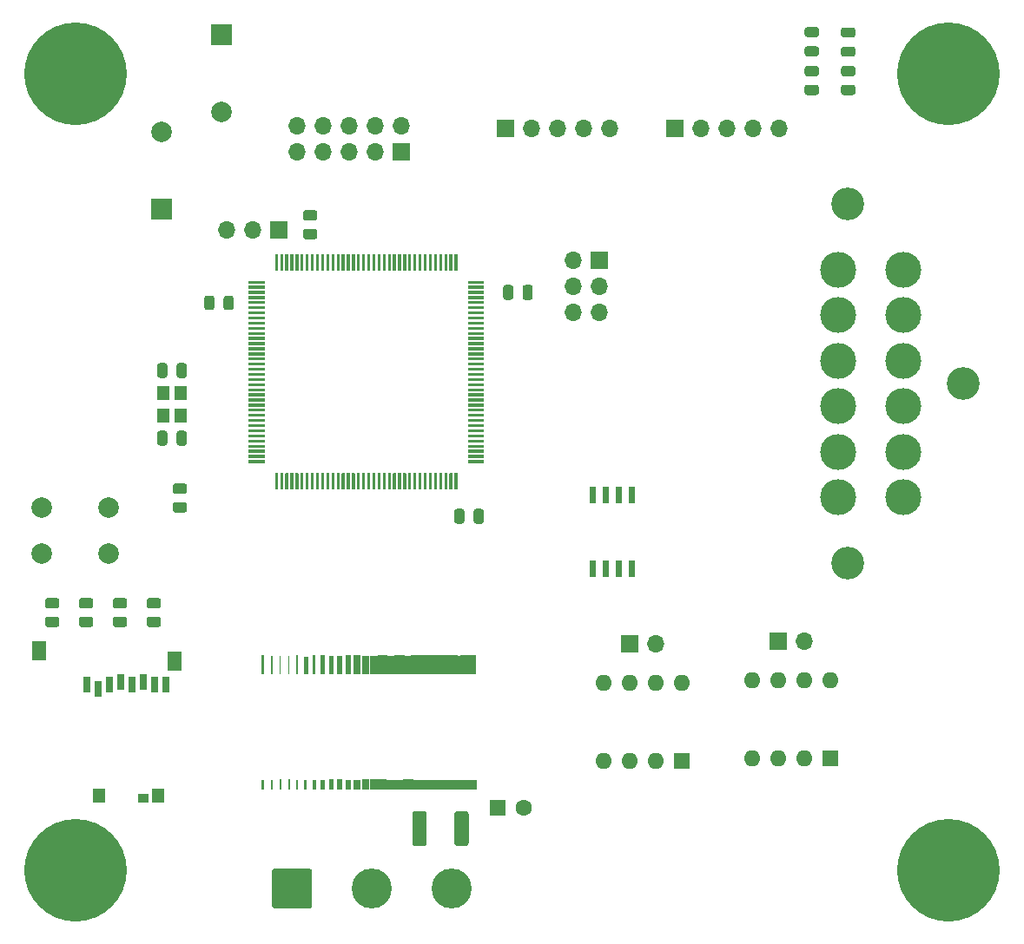
<source format=gbr>
%TF.GenerationSoftware,KiCad,Pcbnew,(5.1.8)-1*%
%TF.CreationDate,2021-11-01T21:13:11+01:00*%
%TF.ProjectId,Dashboard,44617368-626f-4617-9264-2e6b69636164,rev?*%
%TF.SameCoordinates,Original*%
%TF.FileFunction,Soldermask,Top*%
%TF.FilePolarity,Negative*%
%FSLAX46Y46*%
G04 Gerber Fmt 4.6, Leading zero omitted, Abs format (unit mm)*
G04 Created by KiCad (PCBNEW (5.1.8)-1) date 2021-11-01 21:13:11*
%MOMM*%
%LPD*%
G01*
G04 APERTURE LIST*
%ADD10C,0.010000*%
%ADD11O,1.700000X1.700000*%
%ADD12R,1.700000X1.700000*%
%ADD13R,1.600000X1.600000*%
%ADD14C,1.600000*%
%ADD15C,10.000000*%
%ADD16C,0.900000*%
%ADD17C,3.900000*%
%ADD18C,3.500000*%
%ADD19C,3.200000*%
%ADD20R,0.800000X1.500000*%
%ADD21R,1.000000X0.950000*%
%ADD22R,1.300000X1.400000*%
%ADD23R,1.400000X1.900000*%
%ADD24C,2.000000*%
%ADD25O,1.600000X1.600000*%
%ADD26R,1.200000X1.400000*%
%ADD27R,2.000000X2.000000*%
G04 APERTURE END LIST*
D10*
%TO.C,U4*%
G36*
X212259800Y-90553000D02*
G01*
X210722000Y-90553000D01*
X210722000Y-89774240D01*
X212259800Y-89774240D01*
X212259800Y-90553000D01*
G37*
X212259800Y-90553000D02*
X210722000Y-90553000D01*
X210722000Y-89774240D01*
X212259800Y-89774240D01*
X212259800Y-90553000D01*
G36*
X211273370Y-90553000D02*
G01*
X209922000Y-90553000D01*
X209922000Y-89713770D01*
X211273370Y-89713770D01*
X211273370Y-90553000D01*
G37*
X211273370Y-90553000D02*
X209922000Y-90553000D01*
X209922000Y-89713770D01*
X211273370Y-89713770D01*
X211273370Y-90553000D01*
G36*
X210422720Y-90553000D02*
G01*
X209122000Y-90553000D01*
X209122000Y-89723060D01*
X210422720Y-89723060D01*
X210422720Y-90553000D01*
G37*
X210422720Y-90553000D02*
X209122000Y-90553000D01*
X209122000Y-89723060D01*
X210422720Y-89723060D01*
X210422720Y-90553000D01*
G36*
X209533060Y-90553000D02*
G01*
X208322000Y-90553000D01*
X208322000Y-89708330D01*
X209533060Y-89708330D01*
X209533060Y-90553000D01*
G37*
X209533060Y-90553000D02*
X208322000Y-90553000D01*
X208322000Y-89708330D01*
X209533060Y-89708330D01*
X209533060Y-90553000D01*
G36*
X208693230Y-90553000D02*
G01*
X207522000Y-90553000D01*
X207522000Y-89727190D01*
X208693230Y-89727190D01*
X208693230Y-90553000D01*
G37*
X208693230Y-90553000D02*
X207522000Y-90553000D01*
X207522000Y-89727190D01*
X208693230Y-89727190D01*
X208693230Y-90553000D01*
G36*
X207823740Y-90553000D02*
G01*
X206722000Y-90553000D01*
X206722000Y-89726130D01*
X207823740Y-89726130D01*
X207823740Y-90553000D01*
G37*
X207823740Y-90553000D02*
X206722000Y-90553000D01*
X206722000Y-89726130D01*
X207823740Y-89726130D01*
X207823740Y-90553000D01*
G36*
X206946530Y-90553000D02*
G01*
X205922000Y-90553000D01*
X205922000Y-89717050D01*
X206946530Y-89717050D01*
X206946530Y-90553000D01*
G37*
X206946530Y-90553000D02*
X205922000Y-90553000D01*
X205922000Y-89717050D01*
X206946530Y-89717050D01*
X206946530Y-90553000D01*
G36*
X206066130Y-90553000D02*
G01*
X205122000Y-90553000D01*
X205122000Y-89701100D01*
X206066130Y-89701100D01*
X206066130Y-90553000D01*
G37*
X206066130Y-90553000D02*
X205122000Y-90553000D01*
X205122000Y-89701100D01*
X206066130Y-89701100D01*
X206066130Y-90553000D01*
G36*
X205217480Y-90553000D02*
G01*
X204322000Y-90553000D01*
X204322000Y-89723030D01*
X205217480Y-89723030D01*
X205217480Y-90553000D01*
G37*
X205217480Y-90553000D02*
X204322000Y-90553000D01*
X204322000Y-89723030D01*
X205217480Y-89723030D01*
X205217480Y-90553000D01*
G36*
X204354280Y-90553000D02*
G01*
X203522000Y-90553000D01*
X203522000Y-89730900D01*
X204354280Y-89730900D01*
X204354280Y-90553000D01*
G37*
X204354280Y-90553000D02*
X203522000Y-90553000D01*
X203522000Y-89730900D01*
X204354280Y-89730900D01*
X204354280Y-90553000D01*
G36*
X203473810Y-90553000D02*
G01*
X202722000Y-90553000D01*
X202722000Y-89700480D01*
X203473810Y-89700480D01*
X203473810Y-90553000D01*
G37*
X203473810Y-90553000D02*
X202722000Y-90553000D01*
X202722000Y-89700480D01*
X203473810Y-89700480D01*
X203473810Y-90553000D01*
G36*
X202607550Y-90553000D02*
G01*
X201922000Y-90553000D01*
X201922000Y-89689810D01*
X202607550Y-89689810D01*
X202607550Y-90553000D01*
G37*
X202607550Y-90553000D02*
X201922000Y-90553000D01*
X201922000Y-89689810D01*
X202607550Y-89689810D01*
X202607550Y-90553000D01*
G36*
X201743912Y-90553000D02*
G01*
X201122000Y-90553000D01*
X201122000Y-89666270D01*
X201743912Y-89666270D01*
X201743912Y-90553000D01*
G37*
X201743912Y-90553000D02*
X201122000Y-90553000D01*
X201122000Y-89666270D01*
X201743912Y-89666270D01*
X201743912Y-90553000D01*
G36*
X200881308Y-90553000D02*
G01*
X200322000Y-90553000D01*
X200322000Y-89707880D01*
X200881308Y-89707880D01*
X200881308Y-90553000D01*
G37*
X200881308Y-90553000D02*
X200322000Y-90553000D01*
X200322000Y-89707880D01*
X200881308Y-89707880D01*
X200881308Y-90553000D01*
G36*
X200003410Y-90553000D02*
G01*
X199522000Y-90553000D01*
X199522000Y-89756720D01*
X200003410Y-89756720D01*
X200003410Y-90553000D01*
G37*
X200003410Y-90553000D02*
X199522000Y-90553000D01*
X199522000Y-89756720D01*
X200003410Y-89756720D01*
X200003410Y-90553000D01*
G36*
X199164990Y-90553000D02*
G01*
X198722000Y-90553000D01*
X198722000Y-89674920D01*
X199164990Y-89674920D01*
X199164990Y-90553000D01*
G37*
X199164990Y-90553000D02*
X198722000Y-90553000D01*
X198722000Y-89674920D01*
X199164990Y-89674920D01*
X199164990Y-90553000D01*
G36*
X198307970Y-90553000D02*
G01*
X197922000Y-90553000D01*
X197922000Y-89670170D01*
X198307970Y-89670170D01*
X198307970Y-90553000D01*
G37*
X198307970Y-90553000D02*
X197922000Y-90553000D01*
X197922000Y-89670170D01*
X198307970Y-89670170D01*
X198307970Y-90553000D01*
G36*
X197413710Y-90553000D02*
G01*
X197122000Y-90553000D01*
X197122000Y-89717480D01*
X197413710Y-89717480D01*
X197413710Y-90553000D01*
G37*
X197413710Y-90553000D02*
X197122000Y-90553000D01*
X197122000Y-89717480D01*
X197413710Y-89717480D01*
X197413710Y-90553000D01*
G36*
X196542800Y-90553000D02*
G01*
X196322000Y-90553000D01*
X196322000Y-89722250D01*
X196542800Y-89722250D01*
X196542800Y-90553000D01*
G37*
X196542800Y-90553000D02*
X196322000Y-90553000D01*
X196322000Y-89722250D01*
X196542800Y-89722250D01*
X196542800Y-90553000D01*
G36*
X195689610Y-90553000D02*
G01*
X195522000Y-90553000D01*
X195522000Y-89708880D01*
X195689610Y-89708880D01*
X195689610Y-90553000D01*
G37*
X195689610Y-90553000D02*
X195522000Y-90553000D01*
X195522000Y-89708880D01*
X195689610Y-89708880D01*
X195689610Y-90553000D01*
G36*
X194801290Y-90553000D02*
G01*
X194722000Y-90553000D01*
X194722000Y-89727660D01*
X194801290Y-89727660D01*
X194801290Y-90553000D01*
G37*
X194801290Y-90553000D02*
X194722000Y-90553000D01*
X194722000Y-89727660D01*
X194801290Y-89727660D01*
X194801290Y-90553000D01*
G36*
X194009940Y-90553000D02*
G01*
X193922000Y-90553000D01*
X193922000Y-89672240D01*
X194009940Y-89672240D01*
X194009940Y-90553000D01*
G37*
X194009940Y-90553000D02*
X193922000Y-90553000D01*
X193922000Y-89672240D01*
X194009940Y-89672240D01*
X194009940Y-90553000D01*
G36*
X193155460Y-90553000D02*
G01*
X193122000Y-90553000D01*
X193122000Y-89669050D01*
X193155460Y-89669050D01*
X193155460Y-90553000D01*
G37*
X193155460Y-90553000D02*
X193122000Y-90553000D01*
X193122000Y-89669050D01*
X193155460Y-89669050D01*
X193155460Y-90553000D01*
G36*
X192232020Y-90553000D02*
G01*
X192322000Y-90553000D01*
X192322000Y-89706810D01*
X192232020Y-89706810D01*
X192232020Y-90553000D01*
G37*
X192232020Y-90553000D02*
X192322000Y-90553000D01*
X192322000Y-89706810D01*
X192232020Y-89706810D01*
X192232020Y-90553000D01*
G36*
X191313900Y-90553000D02*
G01*
X191522000Y-90553000D01*
X191522000Y-89735370D01*
X191313900Y-89735370D01*
X191313900Y-90553000D01*
G37*
X191313900Y-90553000D02*
X191522000Y-90553000D01*
X191522000Y-89735370D01*
X191313900Y-89735370D01*
X191313900Y-90553000D01*
G36*
X191349600Y-79353000D02*
G01*
X191522000Y-79353000D01*
X191522000Y-77586040D01*
X191349600Y-77586040D01*
X191349600Y-79353000D01*
G37*
X191349600Y-79353000D02*
X191522000Y-79353000D01*
X191522000Y-77586040D01*
X191349600Y-77586040D01*
X191349600Y-79353000D01*
G36*
X192233310Y-79353000D02*
G01*
X192322000Y-79353000D01*
X192322000Y-77598630D01*
X192233310Y-77598630D01*
X192233310Y-79353000D01*
G37*
X192233310Y-79353000D02*
X192322000Y-79353000D01*
X192322000Y-77598630D01*
X192233310Y-77598630D01*
X192233310Y-79353000D01*
G36*
X193099060Y-79353000D02*
G01*
X193122000Y-79353000D01*
X193122000Y-77599410D01*
X193099060Y-77599410D01*
X193099060Y-79353000D01*
G37*
X193099060Y-79353000D02*
X193122000Y-79353000D01*
X193122000Y-77599410D01*
X193099060Y-77599410D01*
X193099060Y-79353000D01*
G36*
X193959010Y-79353000D02*
G01*
X193922000Y-79353000D01*
X193922000Y-77595070D01*
X193959010Y-77595070D01*
X193959010Y-79353000D01*
G37*
X193959010Y-79353000D02*
X193922000Y-79353000D01*
X193922000Y-77595070D01*
X193959010Y-77595070D01*
X193959010Y-79353000D01*
G36*
X194809760Y-79353000D02*
G01*
X194722000Y-79353000D01*
X194722000Y-77580250D01*
X194809760Y-77580250D01*
X194809760Y-79353000D01*
G37*
X194809760Y-79353000D02*
X194722000Y-79353000D01*
X194722000Y-77580250D01*
X194809760Y-77580250D01*
X194809760Y-79353000D01*
G36*
X195802210Y-79353000D02*
G01*
X195522000Y-79353000D01*
X195522000Y-77727430D01*
X195802210Y-77727430D01*
X195802210Y-79353000D01*
G37*
X195802210Y-79353000D02*
X195522000Y-79353000D01*
X195522000Y-77727430D01*
X195802210Y-77727430D01*
X195802210Y-79353000D01*
G36*
X196536900Y-79353000D02*
G01*
X196322000Y-79353000D01*
X196322000Y-77570360D01*
X196536900Y-77570360D01*
X196536900Y-79353000D01*
G37*
X196536900Y-79353000D02*
X196322000Y-79353000D01*
X196322000Y-77570360D01*
X196536900Y-77570360D01*
X196536900Y-79353000D01*
G36*
X197402410Y-79353000D02*
G01*
X197122000Y-79353000D01*
X197122000Y-77565320D01*
X197402410Y-77565320D01*
X197402410Y-79353000D01*
G37*
X197402410Y-79353000D02*
X197122000Y-79353000D01*
X197122000Y-77565320D01*
X197402410Y-77565320D01*
X197402410Y-79353000D01*
G36*
X198299790Y-79353000D02*
G01*
X197922000Y-79353000D01*
X197922000Y-77626170D01*
X198299790Y-77626170D01*
X198299790Y-79353000D01*
G37*
X198299790Y-79353000D02*
X197922000Y-79353000D01*
X197922000Y-77626170D01*
X198299790Y-77626170D01*
X198299790Y-79353000D01*
G36*
X199159890Y-79353000D02*
G01*
X198722000Y-79353000D01*
X198722000Y-77622520D01*
X199159890Y-77622520D01*
X199159890Y-79353000D01*
G37*
X199159890Y-79353000D02*
X198722000Y-79353000D01*
X198722000Y-77622520D01*
X199159890Y-77622520D01*
X199159890Y-79353000D01*
G36*
X200013040Y-79353000D02*
G01*
X199522000Y-79353000D01*
X199522000Y-77581100D01*
X200013040Y-77581100D01*
X200013040Y-79353000D01*
G37*
X200013040Y-79353000D02*
X199522000Y-79353000D01*
X199522000Y-77581100D01*
X200013040Y-77581100D01*
X200013040Y-79353000D01*
G36*
X200878421Y-79353000D02*
G01*
X200322000Y-79353000D01*
X200322000Y-77560400D01*
X200878421Y-77560400D01*
X200878421Y-79353000D01*
G37*
X200878421Y-79353000D02*
X200322000Y-79353000D01*
X200322000Y-77560400D01*
X200878421Y-77560400D01*
X200878421Y-79353000D01*
G36*
X201744691Y-79353000D02*
G01*
X201122000Y-79353000D01*
X201122000Y-77632220D01*
X201744691Y-77632220D01*
X201744691Y-79353000D01*
G37*
X201744691Y-79353000D02*
X201122000Y-79353000D01*
X201122000Y-77632220D01*
X201744691Y-77632220D01*
X201744691Y-79353000D01*
G36*
X202605530Y-79353000D02*
G01*
X201922000Y-79353000D01*
X201922000Y-77630200D01*
X202605530Y-77630200D01*
X202605530Y-79353000D01*
G37*
X202605530Y-79353000D02*
X201922000Y-79353000D01*
X201922000Y-77630200D01*
X202605530Y-77630200D01*
X202605530Y-79353000D01*
G36*
X203486170Y-79353000D02*
G01*
X202722000Y-79353000D01*
X202722000Y-77565100D01*
X203486170Y-77565100D01*
X203486170Y-79353000D01*
G37*
X203486170Y-79353000D02*
X202722000Y-79353000D01*
X202722000Y-77565100D01*
X203486170Y-77565100D01*
X203486170Y-79353000D01*
G36*
X204331610Y-79353000D02*
G01*
X203522000Y-79353000D01*
X203522000Y-77619710D01*
X204331610Y-77619710D01*
X204331610Y-79353000D01*
G37*
X204331610Y-79353000D02*
X203522000Y-79353000D01*
X203522000Y-77619710D01*
X204331610Y-77619710D01*
X204331610Y-79353000D01*
G36*
X205221640Y-79353000D02*
G01*
X204322000Y-79353000D01*
X204322000Y-77570110D01*
X205221640Y-77570110D01*
X205221640Y-79353000D01*
G37*
X205221640Y-79353000D02*
X204322000Y-79353000D01*
X204322000Y-77570110D01*
X205221640Y-77570110D01*
X205221640Y-79353000D01*
G36*
X206065740Y-79353000D02*
G01*
X205122000Y-79353000D01*
X205122000Y-77605390D01*
X206065740Y-77605390D01*
X206065740Y-79353000D01*
G37*
X206065740Y-79353000D02*
X205122000Y-79353000D01*
X205122000Y-77605390D01*
X206065740Y-77605390D01*
X206065740Y-79353000D01*
G36*
X206943270Y-79353000D02*
G01*
X205922000Y-79353000D01*
X205922000Y-77588830D01*
X206943270Y-77588830D01*
X206943270Y-79353000D01*
G37*
X206943270Y-79353000D02*
X205922000Y-79353000D01*
X205922000Y-77588830D01*
X206943270Y-77588830D01*
X206943270Y-79353000D01*
G36*
X207820000Y-79353000D02*
G01*
X206722000Y-79353000D01*
X206722000Y-77577630D01*
X207820000Y-77577630D01*
X207820000Y-79353000D01*
G37*
X207820000Y-79353000D02*
X206722000Y-79353000D01*
X206722000Y-77577630D01*
X207820000Y-77577630D01*
X207820000Y-79353000D01*
G36*
X208698910Y-79353000D02*
G01*
X207522000Y-79353000D01*
X207522000Y-77567070D01*
X208698910Y-77567070D01*
X208698910Y-79353000D01*
G37*
X208698910Y-79353000D02*
X207522000Y-79353000D01*
X207522000Y-77567070D01*
X208698910Y-77567070D01*
X208698910Y-79353000D01*
G36*
X209538210Y-79353000D02*
G01*
X208322000Y-79353000D01*
X208322000Y-77591580D01*
X209538210Y-77591580D01*
X209538210Y-79353000D01*
G37*
X209538210Y-79353000D02*
X208322000Y-79353000D01*
X208322000Y-77591580D01*
X209538210Y-77591580D01*
X209538210Y-79353000D01*
G36*
X210423330Y-79353000D02*
G01*
X209122000Y-79353000D01*
X209122000Y-77577000D01*
X210423330Y-77577000D01*
X210423330Y-79353000D01*
G37*
X210423330Y-79353000D02*
X209122000Y-79353000D01*
X209122000Y-77577000D01*
X210423330Y-77577000D01*
X210423330Y-79353000D01*
G36*
X211196980Y-79353000D02*
G01*
X209922000Y-79353000D01*
X209922000Y-77641270D01*
X211196980Y-77641270D01*
X211196980Y-79353000D01*
G37*
X211196980Y-79353000D02*
X209922000Y-79353000D01*
X209922000Y-77641270D01*
X211196980Y-77641270D01*
X211196980Y-79353000D01*
G36*
X212190800Y-79353000D02*
G01*
X210722000Y-79353000D01*
X210722000Y-77556470D01*
X212190800Y-77556470D01*
X212190800Y-79353000D01*
G37*
X212190800Y-79353000D02*
X210722000Y-79353000D01*
X210722000Y-77556470D01*
X212190800Y-77556470D01*
X212190800Y-79353000D01*
%TD*%
%TO.C,D1*%
G36*
G01*
X248995250Y-17281500D02*
X248082750Y-17281500D01*
G75*
G02*
X247839000Y-17037750I0J243750D01*
G01*
X247839000Y-16550250D01*
G75*
G02*
X248082750Y-16306500I243750J0D01*
G01*
X248995250Y-16306500D01*
G75*
G02*
X249239000Y-16550250I0J-243750D01*
G01*
X249239000Y-17037750D01*
G75*
G02*
X248995250Y-17281500I-243750J0D01*
G01*
G37*
G36*
G01*
X248995250Y-19156500D02*
X248082750Y-19156500D01*
G75*
G02*
X247839000Y-18912750I0J243750D01*
G01*
X247839000Y-18425250D01*
G75*
G02*
X248082750Y-18181500I243750J0D01*
G01*
X248995250Y-18181500D01*
G75*
G02*
X249239000Y-18425250I0J-243750D01*
G01*
X249239000Y-18912750D01*
G75*
G02*
X248995250Y-19156500I-243750J0D01*
G01*
G37*
%TD*%
%TO.C,D2*%
G36*
G01*
X245439250Y-19126500D02*
X244526750Y-19126500D01*
G75*
G02*
X244283000Y-18882750I0J243750D01*
G01*
X244283000Y-18395250D01*
G75*
G02*
X244526750Y-18151500I243750J0D01*
G01*
X245439250Y-18151500D01*
G75*
G02*
X245683000Y-18395250I0J-243750D01*
G01*
X245683000Y-18882750D01*
G75*
G02*
X245439250Y-19126500I-243750J0D01*
G01*
G37*
G36*
G01*
X245439250Y-17251500D02*
X244526750Y-17251500D01*
G75*
G02*
X244283000Y-17007750I0J243750D01*
G01*
X244283000Y-16520250D01*
G75*
G02*
X244526750Y-16276500I243750J0D01*
G01*
X245439250Y-16276500D01*
G75*
G02*
X245683000Y-16520250I0J-243750D01*
G01*
X245683000Y-17007750D01*
G75*
G02*
X245439250Y-17251500I-243750J0D01*
G01*
G37*
%TD*%
D11*
%TO.C,J2*%
X241808000Y-26162000D03*
X239268000Y-26162000D03*
X236728000Y-26162000D03*
X234188000Y-26162000D03*
D12*
X231648000Y-26162000D03*
%TD*%
%TO.C,J1*%
X215138000Y-26162000D03*
D11*
X217678000Y-26162000D03*
X220218000Y-26162000D03*
X222758000Y-26162000D03*
X225298000Y-26162000D03*
%TD*%
%TO.C,R4*%
G36*
G01*
X244532999Y-20061500D02*
X245433001Y-20061500D01*
G75*
G02*
X245683000Y-20311499I0J-249999D01*
G01*
X245683000Y-20836501D01*
G75*
G02*
X245433001Y-21086500I-249999J0D01*
G01*
X244532999Y-21086500D01*
G75*
G02*
X244283000Y-20836501I0J249999D01*
G01*
X244283000Y-20311499D01*
G75*
G02*
X244532999Y-20061500I249999J0D01*
G01*
G37*
G36*
G01*
X244532999Y-21886500D02*
X245433001Y-21886500D01*
G75*
G02*
X245683000Y-22136499I0J-249999D01*
G01*
X245683000Y-22661501D01*
G75*
G02*
X245433001Y-22911500I-249999J0D01*
G01*
X244532999Y-22911500D01*
G75*
G02*
X244283000Y-22661501I0J249999D01*
G01*
X244283000Y-22136499D01*
G75*
G02*
X244532999Y-21886500I249999J0D01*
G01*
G37*
%TD*%
%TO.C,R2*%
G36*
G01*
X248088999Y-21886500D02*
X248989001Y-21886500D01*
G75*
G02*
X249239000Y-22136499I0J-249999D01*
G01*
X249239000Y-22661501D01*
G75*
G02*
X248989001Y-22911500I-249999J0D01*
G01*
X248088999Y-22911500D01*
G75*
G02*
X247839000Y-22661501I0J249999D01*
G01*
X247839000Y-22136499D01*
G75*
G02*
X248088999Y-21886500I249999J0D01*
G01*
G37*
G36*
G01*
X248088999Y-20061500D02*
X248989001Y-20061500D01*
G75*
G02*
X249239000Y-20311499I0J-249999D01*
G01*
X249239000Y-20836501D01*
G75*
G02*
X248989001Y-21086500I-249999J0D01*
G01*
X248088999Y-21086500D01*
G75*
G02*
X247839000Y-20836501I0J249999D01*
G01*
X247839000Y-20311499D01*
G75*
G02*
X248088999Y-20061500I249999J0D01*
G01*
G37*
%TD*%
%TO.C,U1*%
G36*
G01*
X192659000Y-61359800D02*
X192659000Y-59822200D01*
G75*
G02*
X192670200Y-59811000I11200J0D01*
G01*
X192927800Y-59811000D01*
G75*
G02*
X192939000Y-59822200I0J-11200D01*
G01*
X192939000Y-61359800D01*
G75*
G02*
X192927800Y-61371000I-11200J0D01*
G01*
X192670200Y-61371000D01*
G75*
G02*
X192659000Y-61359800I0J11200D01*
G01*
G37*
G36*
G01*
X193159000Y-61359800D02*
X193159000Y-59822200D01*
G75*
G02*
X193170200Y-59811000I11200J0D01*
G01*
X193427800Y-59811000D01*
G75*
G02*
X193439000Y-59822200I0J-11200D01*
G01*
X193439000Y-61359800D01*
G75*
G02*
X193427800Y-61371000I-11200J0D01*
G01*
X193170200Y-61371000D01*
G75*
G02*
X193159000Y-61359800I0J11200D01*
G01*
G37*
G36*
G01*
X193659000Y-61359800D02*
X193659000Y-59822200D01*
G75*
G02*
X193670200Y-59811000I11200J0D01*
G01*
X193927800Y-59811000D01*
G75*
G02*
X193939000Y-59822200I0J-11200D01*
G01*
X193939000Y-61359800D01*
G75*
G02*
X193927800Y-61371000I-11200J0D01*
G01*
X193670200Y-61371000D01*
G75*
G02*
X193659000Y-61359800I0J11200D01*
G01*
G37*
G36*
G01*
X194159000Y-61359800D02*
X194159000Y-59822200D01*
G75*
G02*
X194170200Y-59811000I11200J0D01*
G01*
X194427800Y-59811000D01*
G75*
G02*
X194439000Y-59822200I0J-11200D01*
G01*
X194439000Y-61359800D01*
G75*
G02*
X194427800Y-61371000I-11200J0D01*
G01*
X194170200Y-61371000D01*
G75*
G02*
X194159000Y-61359800I0J11200D01*
G01*
G37*
G36*
G01*
X194659000Y-61359800D02*
X194659000Y-59822200D01*
G75*
G02*
X194670200Y-59811000I11200J0D01*
G01*
X194927800Y-59811000D01*
G75*
G02*
X194939000Y-59822200I0J-11200D01*
G01*
X194939000Y-61359800D01*
G75*
G02*
X194927800Y-61371000I-11200J0D01*
G01*
X194670200Y-61371000D01*
G75*
G02*
X194659000Y-61359800I0J11200D01*
G01*
G37*
G36*
G01*
X195159000Y-61359800D02*
X195159000Y-59822200D01*
G75*
G02*
X195170200Y-59811000I11200J0D01*
G01*
X195427800Y-59811000D01*
G75*
G02*
X195439000Y-59822200I0J-11200D01*
G01*
X195439000Y-61359800D01*
G75*
G02*
X195427800Y-61371000I-11200J0D01*
G01*
X195170200Y-61371000D01*
G75*
G02*
X195159000Y-61359800I0J11200D01*
G01*
G37*
G36*
G01*
X195659000Y-61359800D02*
X195659000Y-59822200D01*
G75*
G02*
X195670200Y-59811000I11200J0D01*
G01*
X195927800Y-59811000D01*
G75*
G02*
X195939000Y-59822200I0J-11200D01*
G01*
X195939000Y-61359800D01*
G75*
G02*
X195927800Y-61371000I-11200J0D01*
G01*
X195670200Y-61371000D01*
G75*
G02*
X195659000Y-61359800I0J11200D01*
G01*
G37*
G36*
G01*
X196159000Y-61359800D02*
X196159000Y-59822200D01*
G75*
G02*
X196170200Y-59811000I11200J0D01*
G01*
X196427800Y-59811000D01*
G75*
G02*
X196439000Y-59822200I0J-11200D01*
G01*
X196439000Y-61359800D01*
G75*
G02*
X196427800Y-61371000I-11200J0D01*
G01*
X196170200Y-61371000D01*
G75*
G02*
X196159000Y-61359800I0J11200D01*
G01*
G37*
G36*
G01*
X196659000Y-61359800D02*
X196659000Y-59822200D01*
G75*
G02*
X196670200Y-59811000I11200J0D01*
G01*
X196927800Y-59811000D01*
G75*
G02*
X196939000Y-59822200I0J-11200D01*
G01*
X196939000Y-61359800D01*
G75*
G02*
X196927800Y-61371000I-11200J0D01*
G01*
X196670200Y-61371000D01*
G75*
G02*
X196659000Y-61359800I0J11200D01*
G01*
G37*
G36*
G01*
X197159000Y-61359800D02*
X197159000Y-59822200D01*
G75*
G02*
X197170200Y-59811000I11200J0D01*
G01*
X197427800Y-59811000D01*
G75*
G02*
X197439000Y-59822200I0J-11200D01*
G01*
X197439000Y-61359800D01*
G75*
G02*
X197427800Y-61371000I-11200J0D01*
G01*
X197170200Y-61371000D01*
G75*
G02*
X197159000Y-61359800I0J11200D01*
G01*
G37*
G36*
G01*
X197659000Y-61359800D02*
X197659000Y-59822200D01*
G75*
G02*
X197670200Y-59811000I11200J0D01*
G01*
X197927800Y-59811000D01*
G75*
G02*
X197939000Y-59822200I0J-11200D01*
G01*
X197939000Y-61359800D01*
G75*
G02*
X197927800Y-61371000I-11200J0D01*
G01*
X197670200Y-61371000D01*
G75*
G02*
X197659000Y-61359800I0J11200D01*
G01*
G37*
G36*
G01*
X198159000Y-61359800D02*
X198159000Y-59822200D01*
G75*
G02*
X198170200Y-59811000I11200J0D01*
G01*
X198427800Y-59811000D01*
G75*
G02*
X198439000Y-59822200I0J-11200D01*
G01*
X198439000Y-61359800D01*
G75*
G02*
X198427800Y-61371000I-11200J0D01*
G01*
X198170200Y-61371000D01*
G75*
G02*
X198159000Y-61359800I0J11200D01*
G01*
G37*
G36*
G01*
X198659000Y-61359800D02*
X198659000Y-59822200D01*
G75*
G02*
X198670200Y-59811000I11200J0D01*
G01*
X198927800Y-59811000D01*
G75*
G02*
X198939000Y-59822200I0J-11200D01*
G01*
X198939000Y-61359800D01*
G75*
G02*
X198927800Y-61371000I-11200J0D01*
G01*
X198670200Y-61371000D01*
G75*
G02*
X198659000Y-61359800I0J11200D01*
G01*
G37*
G36*
G01*
X199159000Y-61359800D02*
X199159000Y-59822200D01*
G75*
G02*
X199170200Y-59811000I11200J0D01*
G01*
X199427800Y-59811000D01*
G75*
G02*
X199439000Y-59822200I0J-11200D01*
G01*
X199439000Y-61359800D01*
G75*
G02*
X199427800Y-61371000I-11200J0D01*
G01*
X199170200Y-61371000D01*
G75*
G02*
X199159000Y-61359800I0J11200D01*
G01*
G37*
G36*
G01*
X199659000Y-61359800D02*
X199659000Y-59822200D01*
G75*
G02*
X199670200Y-59811000I11200J0D01*
G01*
X199927800Y-59811000D01*
G75*
G02*
X199939000Y-59822200I0J-11200D01*
G01*
X199939000Y-61359800D01*
G75*
G02*
X199927800Y-61371000I-11200J0D01*
G01*
X199670200Y-61371000D01*
G75*
G02*
X199659000Y-61359800I0J11200D01*
G01*
G37*
G36*
G01*
X200159000Y-61359800D02*
X200159000Y-59822200D01*
G75*
G02*
X200170200Y-59811000I11200J0D01*
G01*
X200427800Y-59811000D01*
G75*
G02*
X200439000Y-59822200I0J-11200D01*
G01*
X200439000Y-61359800D01*
G75*
G02*
X200427800Y-61371000I-11200J0D01*
G01*
X200170200Y-61371000D01*
G75*
G02*
X200159000Y-61359800I0J11200D01*
G01*
G37*
G36*
G01*
X200659000Y-61359800D02*
X200659000Y-59822200D01*
G75*
G02*
X200670200Y-59811000I11200J0D01*
G01*
X200927800Y-59811000D01*
G75*
G02*
X200939000Y-59822200I0J-11200D01*
G01*
X200939000Y-61359800D01*
G75*
G02*
X200927800Y-61371000I-11200J0D01*
G01*
X200670200Y-61371000D01*
G75*
G02*
X200659000Y-61359800I0J11200D01*
G01*
G37*
G36*
G01*
X201159000Y-61359800D02*
X201159000Y-59822200D01*
G75*
G02*
X201170200Y-59811000I11200J0D01*
G01*
X201427800Y-59811000D01*
G75*
G02*
X201439000Y-59822200I0J-11200D01*
G01*
X201439000Y-61359800D01*
G75*
G02*
X201427800Y-61371000I-11200J0D01*
G01*
X201170200Y-61371000D01*
G75*
G02*
X201159000Y-61359800I0J11200D01*
G01*
G37*
G36*
G01*
X201659000Y-61359800D02*
X201659000Y-59822200D01*
G75*
G02*
X201670200Y-59811000I11200J0D01*
G01*
X201927800Y-59811000D01*
G75*
G02*
X201939000Y-59822200I0J-11200D01*
G01*
X201939000Y-61359800D01*
G75*
G02*
X201927800Y-61371000I-11200J0D01*
G01*
X201670200Y-61371000D01*
G75*
G02*
X201659000Y-61359800I0J11200D01*
G01*
G37*
G36*
G01*
X202159000Y-61359800D02*
X202159000Y-59822200D01*
G75*
G02*
X202170200Y-59811000I11200J0D01*
G01*
X202427800Y-59811000D01*
G75*
G02*
X202439000Y-59822200I0J-11200D01*
G01*
X202439000Y-61359800D01*
G75*
G02*
X202427800Y-61371000I-11200J0D01*
G01*
X202170200Y-61371000D01*
G75*
G02*
X202159000Y-61359800I0J11200D01*
G01*
G37*
G36*
G01*
X202659000Y-61359800D02*
X202659000Y-59822200D01*
G75*
G02*
X202670200Y-59811000I11200J0D01*
G01*
X202927800Y-59811000D01*
G75*
G02*
X202939000Y-59822200I0J-11200D01*
G01*
X202939000Y-61359800D01*
G75*
G02*
X202927800Y-61371000I-11200J0D01*
G01*
X202670200Y-61371000D01*
G75*
G02*
X202659000Y-61359800I0J11200D01*
G01*
G37*
G36*
G01*
X203159000Y-61359800D02*
X203159000Y-59822200D01*
G75*
G02*
X203170200Y-59811000I11200J0D01*
G01*
X203427800Y-59811000D01*
G75*
G02*
X203439000Y-59822200I0J-11200D01*
G01*
X203439000Y-61359800D01*
G75*
G02*
X203427800Y-61371000I-11200J0D01*
G01*
X203170200Y-61371000D01*
G75*
G02*
X203159000Y-61359800I0J11200D01*
G01*
G37*
G36*
G01*
X203659000Y-61359800D02*
X203659000Y-59822200D01*
G75*
G02*
X203670200Y-59811000I11200J0D01*
G01*
X203927800Y-59811000D01*
G75*
G02*
X203939000Y-59822200I0J-11200D01*
G01*
X203939000Y-61359800D01*
G75*
G02*
X203927800Y-61371000I-11200J0D01*
G01*
X203670200Y-61371000D01*
G75*
G02*
X203659000Y-61359800I0J11200D01*
G01*
G37*
G36*
G01*
X204159000Y-61359800D02*
X204159000Y-59822200D01*
G75*
G02*
X204170200Y-59811000I11200J0D01*
G01*
X204427800Y-59811000D01*
G75*
G02*
X204439000Y-59822200I0J-11200D01*
G01*
X204439000Y-61359800D01*
G75*
G02*
X204427800Y-61371000I-11200J0D01*
G01*
X204170200Y-61371000D01*
G75*
G02*
X204159000Y-61359800I0J11200D01*
G01*
G37*
G36*
G01*
X204659000Y-61359800D02*
X204659000Y-59822200D01*
G75*
G02*
X204670200Y-59811000I11200J0D01*
G01*
X204927800Y-59811000D01*
G75*
G02*
X204939000Y-59822200I0J-11200D01*
G01*
X204939000Y-61359800D01*
G75*
G02*
X204927800Y-61371000I-11200J0D01*
G01*
X204670200Y-61371000D01*
G75*
G02*
X204659000Y-61359800I0J11200D01*
G01*
G37*
G36*
G01*
X205159000Y-61359800D02*
X205159000Y-59822200D01*
G75*
G02*
X205170200Y-59811000I11200J0D01*
G01*
X205427800Y-59811000D01*
G75*
G02*
X205439000Y-59822200I0J-11200D01*
G01*
X205439000Y-61359800D01*
G75*
G02*
X205427800Y-61371000I-11200J0D01*
G01*
X205170200Y-61371000D01*
G75*
G02*
X205159000Y-61359800I0J11200D01*
G01*
G37*
G36*
G01*
X205659000Y-61359800D02*
X205659000Y-59822200D01*
G75*
G02*
X205670200Y-59811000I11200J0D01*
G01*
X205927800Y-59811000D01*
G75*
G02*
X205939000Y-59822200I0J-11200D01*
G01*
X205939000Y-61359800D01*
G75*
G02*
X205927800Y-61371000I-11200J0D01*
G01*
X205670200Y-61371000D01*
G75*
G02*
X205659000Y-61359800I0J11200D01*
G01*
G37*
G36*
G01*
X206159000Y-61359800D02*
X206159000Y-59822200D01*
G75*
G02*
X206170200Y-59811000I11200J0D01*
G01*
X206427800Y-59811000D01*
G75*
G02*
X206439000Y-59822200I0J-11200D01*
G01*
X206439000Y-61359800D01*
G75*
G02*
X206427800Y-61371000I-11200J0D01*
G01*
X206170200Y-61371000D01*
G75*
G02*
X206159000Y-61359800I0J11200D01*
G01*
G37*
G36*
G01*
X206659000Y-61359800D02*
X206659000Y-59822200D01*
G75*
G02*
X206670200Y-59811000I11200J0D01*
G01*
X206927800Y-59811000D01*
G75*
G02*
X206939000Y-59822200I0J-11200D01*
G01*
X206939000Y-61359800D01*
G75*
G02*
X206927800Y-61371000I-11200J0D01*
G01*
X206670200Y-61371000D01*
G75*
G02*
X206659000Y-61359800I0J11200D01*
G01*
G37*
G36*
G01*
X207159000Y-61359800D02*
X207159000Y-59822200D01*
G75*
G02*
X207170200Y-59811000I11200J0D01*
G01*
X207427800Y-59811000D01*
G75*
G02*
X207439000Y-59822200I0J-11200D01*
G01*
X207439000Y-61359800D01*
G75*
G02*
X207427800Y-61371000I-11200J0D01*
G01*
X207170200Y-61371000D01*
G75*
G02*
X207159000Y-61359800I0J11200D01*
G01*
G37*
G36*
G01*
X207659000Y-61359800D02*
X207659000Y-59822200D01*
G75*
G02*
X207670200Y-59811000I11200J0D01*
G01*
X207927800Y-59811000D01*
G75*
G02*
X207939000Y-59822200I0J-11200D01*
G01*
X207939000Y-61359800D01*
G75*
G02*
X207927800Y-61371000I-11200J0D01*
G01*
X207670200Y-61371000D01*
G75*
G02*
X207659000Y-61359800I0J11200D01*
G01*
G37*
G36*
G01*
X208159000Y-61359800D02*
X208159000Y-59822200D01*
G75*
G02*
X208170200Y-59811000I11200J0D01*
G01*
X208427800Y-59811000D01*
G75*
G02*
X208439000Y-59822200I0J-11200D01*
G01*
X208439000Y-61359800D01*
G75*
G02*
X208427800Y-61371000I-11200J0D01*
G01*
X208170200Y-61371000D01*
G75*
G02*
X208159000Y-61359800I0J11200D01*
G01*
G37*
G36*
G01*
X208659000Y-61359800D02*
X208659000Y-59822200D01*
G75*
G02*
X208670200Y-59811000I11200J0D01*
G01*
X208927800Y-59811000D01*
G75*
G02*
X208939000Y-59822200I0J-11200D01*
G01*
X208939000Y-61359800D01*
G75*
G02*
X208927800Y-61371000I-11200J0D01*
G01*
X208670200Y-61371000D01*
G75*
G02*
X208659000Y-61359800I0J11200D01*
G01*
G37*
G36*
G01*
X209159000Y-61359800D02*
X209159000Y-59822200D01*
G75*
G02*
X209170200Y-59811000I11200J0D01*
G01*
X209427800Y-59811000D01*
G75*
G02*
X209439000Y-59822200I0J-11200D01*
G01*
X209439000Y-61359800D01*
G75*
G02*
X209427800Y-61371000I-11200J0D01*
G01*
X209170200Y-61371000D01*
G75*
G02*
X209159000Y-61359800I0J11200D01*
G01*
G37*
G36*
G01*
X209659000Y-61359800D02*
X209659000Y-59822200D01*
G75*
G02*
X209670200Y-59811000I11200J0D01*
G01*
X209927800Y-59811000D01*
G75*
G02*
X209939000Y-59822200I0J-11200D01*
G01*
X209939000Y-61359800D01*
G75*
G02*
X209927800Y-61371000I-11200J0D01*
G01*
X209670200Y-61371000D01*
G75*
G02*
X209659000Y-61359800I0J11200D01*
G01*
G37*
G36*
G01*
X210159000Y-61359800D02*
X210159000Y-59822200D01*
G75*
G02*
X210170200Y-59811000I11200J0D01*
G01*
X210427800Y-59811000D01*
G75*
G02*
X210439000Y-59822200I0J-11200D01*
G01*
X210439000Y-61359800D01*
G75*
G02*
X210427800Y-61371000I-11200J0D01*
G01*
X210170200Y-61371000D01*
G75*
G02*
X210159000Y-61359800I0J11200D01*
G01*
G37*
G36*
G01*
X210159000Y-39999800D02*
X210159000Y-38462200D01*
G75*
G02*
X210170200Y-38451000I11200J0D01*
G01*
X210427800Y-38451000D01*
G75*
G02*
X210439000Y-38462200I0J-11200D01*
G01*
X210439000Y-39999800D01*
G75*
G02*
X210427800Y-40011000I-11200J0D01*
G01*
X210170200Y-40011000D01*
G75*
G02*
X210159000Y-39999800I0J11200D01*
G01*
G37*
G36*
G01*
X209659000Y-39999800D02*
X209659000Y-38462200D01*
G75*
G02*
X209670200Y-38451000I11200J0D01*
G01*
X209927800Y-38451000D01*
G75*
G02*
X209939000Y-38462200I0J-11200D01*
G01*
X209939000Y-39999800D01*
G75*
G02*
X209927800Y-40011000I-11200J0D01*
G01*
X209670200Y-40011000D01*
G75*
G02*
X209659000Y-39999800I0J11200D01*
G01*
G37*
G36*
G01*
X209159000Y-39999800D02*
X209159000Y-38462200D01*
G75*
G02*
X209170200Y-38451000I11200J0D01*
G01*
X209427800Y-38451000D01*
G75*
G02*
X209439000Y-38462200I0J-11200D01*
G01*
X209439000Y-39999800D01*
G75*
G02*
X209427800Y-40011000I-11200J0D01*
G01*
X209170200Y-40011000D01*
G75*
G02*
X209159000Y-39999800I0J11200D01*
G01*
G37*
G36*
G01*
X208659000Y-39999800D02*
X208659000Y-38462200D01*
G75*
G02*
X208670200Y-38451000I11200J0D01*
G01*
X208927800Y-38451000D01*
G75*
G02*
X208939000Y-38462200I0J-11200D01*
G01*
X208939000Y-39999800D01*
G75*
G02*
X208927800Y-40011000I-11200J0D01*
G01*
X208670200Y-40011000D01*
G75*
G02*
X208659000Y-39999800I0J11200D01*
G01*
G37*
G36*
G01*
X208159000Y-39999800D02*
X208159000Y-38462200D01*
G75*
G02*
X208170200Y-38451000I11200J0D01*
G01*
X208427800Y-38451000D01*
G75*
G02*
X208439000Y-38462200I0J-11200D01*
G01*
X208439000Y-39999800D01*
G75*
G02*
X208427800Y-40011000I-11200J0D01*
G01*
X208170200Y-40011000D01*
G75*
G02*
X208159000Y-39999800I0J11200D01*
G01*
G37*
G36*
G01*
X207659000Y-39999800D02*
X207659000Y-38462200D01*
G75*
G02*
X207670200Y-38451000I11200J0D01*
G01*
X207927800Y-38451000D01*
G75*
G02*
X207939000Y-38462200I0J-11200D01*
G01*
X207939000Y-39999800D01*
G75*
G02*
X207927800Y-40011000I-11200J0D01*
G01*
X207670200Y-40011000D01*
G75*
G02*
X207659000Y-39999800I0J11200D01*
G01*
G37*
G36*
G01*
X207159000Y-39999800D02*
X207159000Y-38462200D01*
G75*
G02*
X207170200Y-38451000I11200J0D01*
G01*
X207427800Y-38451000D01*
G75*
G02*
X207439000Y-38462200I0J-11200D01*
G01*
X207439000Y-39999800D01*
G75*
G02*
X207427800Y-40011000I-11200J0D01*
G01*
X207170200Y-40011000D01*
G75*
G02*
X207159000Y-39999800I0J11200D01*
G01*
G37*
G36*
G01*
X206659000Y-39999800D02*
X206659000Y-38462200D01*
G75*
G02*
X206670200Y-38451000I11200J0D01*
G01*
X206927800Y-38451000D01*
G75*
G02*
X206939000Y-38462200I0J-11200D01*
G01*
X206939000Y-39999800D01*
G75*
G02*
X206927800Y-40011000I-11200J0D01*
G01*
X206670200Y-40011000D01*
G75*
G02*
X206659000Y-39999800I0J11200D01*
G01*
G37*
G36*
G01*
X206159000Y-39999800D02*
X206159000Y-38462200D01*
G75*
G02*
X206170200Y-38451000I11200J0D01*
G01*
X206427800Y-38451000D01*
G75*
G02*
X206439000Y-38462200I0J-11200D01*
G01*
X206439000Y-39999800D01*
G75*
G02*
X206427800Y-40011000I-11200J0D01*
G01*
X206170200Y-40011000D01*
G75*
G02*
X206159000Y-39999800I0J11200D01*
G01*
G37*
G36*
G01*
X205659000Y-39999800D02*
X205659000Y-38462200D01*
G75*
G02*
X205670200Y-38451000I11200J0D01*
G01*
X205927800Y-38451000D01*
G75*
G02*
X205939000Y-38462200I0J-11200D01*
G01*
X205939000Y-39999800D01*
G75*
G02*
X205927800Y-40011000I-11200J0D01*
G01*
X205670200Y-40011000D01*
G75*
G02*
X205659000Y-39999800I0J11200D01*
G01*
G37*
G36*
G01*
X205159000Y-39999800D02*
X205159000Y-38462200D01*
G75*
G02*
X205170200Y-38451000I11200J0D01*
G01*
X205427800Y-38451000D01*
G75*
G02*
X205439000Y-38462200I0J-11200D01*
G01*
X205439000Y-39999800D01*
G75*
G02*
X205427800Y-40011000I-11200J0D01*
G01*
X205170200Y-40011000D01*
G75*
G02*
X205159000Y-39999800I0J11200D01*
G01*
G37*
G36*
G01*
X204659000Y-39999800D02*
X204659000Y-38462200D01*
G75*
G02*
X204670200Y-38451000I11200J0D01*
G01*
X204927800Y-38451000D01*
G75*
G02*
X204939000Y-38462200I0J-11200D01*
G01*
X204939000Y-39999800D01*
G75*
G02*
X204927800Y-40011000I-11200J0D01*
G01*
X204670200Y-40011000D01*
G75*
G02*
X204659000Y-39999800I0J11200D01*
G01*
G37*
G36*
G01*
X204159000Y-39999800D02*
X204159000Y-38462200D01*
G75*
G02*
X204170200Y-38451000I11200J0D01*
G01*
X204427800Y-38451000D01*
G75*
G02*
X204439000Y-38462200I0J-11200D01*
G01*
X204439000Y-39999800D01*
G75*
G02*
X204427800Y-40011000I-11200J0D01*
G01*
X204170200Y-40011000D01*
G75*
G02*
X204159000Y-39999800I0J11200D01*
G01*
G37*
G36*
G01*
X203659000Y-39999800D02*
X203659000Y-38462200D01*
G75*
G02*
X203670200Y-38451000I11200J0D01*
G01*
X203927800Y-38451000D01*
G75*
G02*
X203939000Y-38462200I0J-11200D01*
G01*
X203939000Y-39999800D01*
G75*
G02*
X203927800Y-40011000I-11200J0D01*
G01*
X203670200Y-40011000D01*
G75*
G02*
X203659000Y-39999800I0J11200D01*
G01*
G37*
G36*
G01*
X203159000Y-39999800D02*
X203159000Y-38462200D01*
G75*
G02*
X203170200Y-38451000I11200J0D01*
G01*
X203427800Y-38451000D01*
G75*
G02*
X203439000Y-38462200I0J-11200D01*
G01*
X203439000Y-39999800D01*
G75*
G02*
X203427800Y-40011000I-11200J0D01*
G01*
X203170200Y-40011000D01*
G75*
G02*
X203159000Y-39999800I0J11200D01*
G01*
G37*
G36*
G01*
X202659000Y-39999800D02*
X202659000Y-38462200D01*
G75*
G02*
X202670200Y-38451000I11200J0D01*
G01*
X202927800Y-38451000D01*
G75*
G02*
X202939000Y-38462200I0J-11200D01*
G01*
X202939000Y-39999800D01*
G75*
G02*
X202927800Y-40011000I-11200J0D01*
G01*
X202670200Y-40011000D01*
G75*
G02*
X202659000Y-39999800I0J11200D01*
G01*
G37*
G36*
G01*
X202159000Y-39999800D02*
X202159000Y-38462200D01*
G75*
G02*
X202170200Y-38451000I11200J0D01*
G01*
X202427800Y-38451000D01*
G75*
G02*
X202439000Y-38462200I0J-11200D01*
G01*
X202439000Y-39999800D01*
G75*
G02*
X202427800Y-40011000I-11200J0D01*
G01*
X202170200Y-40011000D01*
G75*
G02*
X202159000Y-39999800I0J11200D01*
G01*
G37*
G36*
G01*
X201659000Y-39999800D02*
X201659000Y-38462200D01*
G75*
G02*
X201670200Y-38451000I11200J0D01*
G01*
X201927800Y-38451000D01*
G75*
G02*
X201939000Y-38462200I0J-11200D01*
G01*
X201939000Y-39999800D01*
G75*
G02*
X201927800Y-40011000I-11200J0D01*
G01*
X201670200Y-40011000D01*
G75*
G02*
X201659000Y-39999800I0J11200D01*
G01*
G37*
G36*
G01*
X201159000Y-39999800D02*
X201159000Y-38462200D01*
G75*
G02*
X201170200Y-38451000I11200J0D01*
G01*
X201427800Y-38451000D01*
G75*
G02*
X201439000Y-38462200I0J-11200D01*
G01*
X201439000Y-39999800D01*
G75*
G02*
X201427800Y-40011000I-11200J0D01*
G01*
X201170200Y-40011000D01*
G75*
G02*
X201159000Y-39999800I0J11200D01*
G01*
G37*
G36*
G01*
X200659000Y-39999800D02*
X200659000Y-38462200D01*
G75*
G02*
X200670200Y-38451000I11200J0D01*
G01*
X200927800Y-38451000D01*
G75*
G02*
X200939000Y-38462200I0J-11200D01*
G01*
X200939000Y-39999800D01*
G75*
G02*
X200927800Y-40011000I-11200J0D01*
G01*
X200670200Y-40011000D01*
G75*
G02*
X200659000Y-39999800I0J11200D01*
G01*
G37*
G36*
G01*
X200159000Y-39999800D02*
X200159000Y-38462200D01*
G75*
G02*
X200170200Y-38451000I11200J0D01*
G01*
X200427800Y-38451000D01*
G75*
G02*
X200439000Y-38462200I0J-11200D01*
G01*
X200439000Y-39999800D01*
G75*
G02*
X200427800Y-40011000I-11200J0D01*
G01*
X200170200Y-40011000D01*
G75*
G02*
X200159000Y-39999800I0J11200D01*
G01*
G37*
G36*
G01*
X199659000Y-39999800D02*
X199659000Y-38462200D01*
G75*
G02*
X199670200Y-38451000I11200J0D01*
G01*
X199927800Y-38451000D01*
G75*
G02*
X199939000Y-38462200I0J-11200D01*
G01*
X199939000Y-39999800D01*
G75*
G02*
X199927800Y-40011000I-11200J0D01*
G01*
X199670200Y-40011000D01*
G75*
G02*
X199659000Y-39999800I0J11200D01*
G01*
G37*
G36*
G01*
X199159000Y-39999800D02*
X199159000Y-38462200D01*
G75*
G02*
X199170200Y-38451000I11200J0D01*
G01*
X199427800Y-38451000D01*
G75*
G02*
X199439000Y-38462200I0J-11200D01*
G01*
X199439000Y-39999800D01*
G75*
G02*
X199427800Y-40011000I-11200J0D01*
G01*
X199170200Y-40011000D01*
G75*
G02*
X199159000Y-39999800I0J11200D01*
G01*
G37*
G36*
G01*
X198659000Y-39999800D02*
X198659000Y-38462200D01*
G75*
G02*
X198670200Y-38451000I11200J0D01*
G01*
X198927800Y-38451000D01*
G75*
G02*
X198939000Y-38462200I0J-11200D01*
G01*
X198939000Y-39999800D01*
G75*
G02*
X198927800Y-40011000I-11200J0D01*
G01*
X198670200Y-40011000D01*
G75*
G02*
X198659000Y-39999800I0J11200D01*
G01*
G37*
G36*
G01*
X198159000Y-39999800D02*
X198159000Y-38462200D01*
G75*
G02*
X198170200Y-38451000I11200J0D01*
G01*
X198427800Y-38451000D01*
G75*
G02*
X198439000Y-38462200I0J-11200D01*
G01*
X198439000Y-39999800D01*
G75*
G02*
X198427800Y-40011000I-11200J0D01*
G01*
X198170200Y-40011000D01*
G75*
G02*
X198159000Y-39999800I0J11200D01*
G01*
G37*
G36*
G01*
X197659000Y-39999800D02*
X197659000Y-38462200D01*
G75*
G02*
X197670200Y-38451000I11200J0D01*
G01*
X197927800Y-38451000D01*
G75*
G02*
X197939000Y-38462200I0J-11200D01*
G01*
X197939000Y-39999800D01*
G75*
G02*
X197927800Y-40011000I-11200J0D01*
G01*
X197670200Y-40011000D01*
G75*
G02*
X197659000Y-39999800I0J11200D01*
G01*
G37*
G36*
G01*
X197159000Y-39999800D02*
X197159000Y-38462200D01*
G75*
G02*
X197170200Y-38451000I11200J0D01*
G01*
X197427800Y-38451000D01*
G75*
G02*
X197439000Y-38462200I0J-11200D01*
G01*
X197439000Y-39999800D01*
G75*
G02*
X197427800Y-40011000I-11200J0D01*
G01*
X197170200Y-40011000D01*
G75*
G02*
X197159000Y-39999800I0J11200D01*
G01*
G37*
G36*
G01*
X196659000Y-39999800D02*
X196659000Y-38462200D01*
G75*
G02*
X196670200Y-38451000I11200J0D01*
G01*
X196927800Y-38451000D01*
G75*
G02*
X196939000Y-38462200I0J-11200D01*
G01*
X196939000Y-39999800D01*
G75*
G02*
X196927800Y-40011000I-11200J0D01*
G01*
X196670200Y-40011000D01*
G75*
G02*
X196659000Y-39999800I0J11200D01*
G01*
G37*
G36*
G01*
X196159000Y-39999800D02*
X196159000Y-38462200D01*
G75*
G02*
X196170200Y-38451000I11200J0D01*
G01*
X196427800Y-38451000D01*
G75*
G02*
X196439000Y-38462200I0J-11200D01*
G01*
X196439000Y-39999800D01*
G75*
G02*
X196427800Y-40011000I-11200J0D01*
G01*
X196170200Y-40011000D01*
G75*
G02*
X196159000Y-39999800I0J11200D01*
G01*
G37*
G36*
G01*
X195659000Y-39999800D02*
X195659000Y-38462200D01*
G75*
G02*
X195670200Y-38451000I11200J0D01*
G01*
X195927800Y-38451000D01*
G75*
G02*
X195939000Y-38462200I0J-11200D01*
G01*
X195939000Y-39999800D01*
G75*
G02*
X195927800Y-40011000I-11200J0D01*
G01*
X195670200Y-40011000D01*
G75*
G02*
X195659000Y-39999800I0J11200D01*
G01*
G37*
G36*
G01*
X195159000Y-39999800D02*
X195159000Y-38462200D01*
G75*
G02*
X195170200Y-38451000I11200J0D01*
G01*
X195427800Y-38451000D01*
G75*
G02*
X195439000Y-38462200I0J-11200D01*
G01*
X195439000Y-39999800D01*
G75*
G02*
X195427800Y-40011000I-11200J0D01*
G01*
X195170200Y-40011000D01*
G75*
G02*
X195159000Y-39999800I0J11200D01*
G01*
G37*
G36*
G01*
X194659000Y-39999800D02*
X194659000Y-38462200D01*
G75*
G02*
X194670200Y-38451000I11200J0D01*
G01*
X194927800Y-38451000D01*
G75*
G02*
X194939000Y-38462200I0J-11200D01*
G01*
X194939000Y-39999800D01*
G75*
G02*
X194927800Y-40011000I-11200J0D01*
G01*
X194670200Y-40011000D01*
G75*
G02*
X194659000Y-39999800I0J11200D01*
G01*
G37*
G36*
G01*
X194159000Y-39999800D02*
X194159000Y-38462200D01*
G75*
G02*
X194170200Y-38451000I11200J0D01*
G01*
X194427800Y-38451000D01*
G75*
G02*
X194439000Y-38462200I0J-11200D01*
G01*
X194439000Y-39999800D01*
G75*
G02*
X194427800Y-40011000I-11200J0D01*
G01*
X194170200Y-40011000D01*
G75*
G02*
X194159000Y-39999800I0J11200D01*
G01*
G37*
G36*
G01*
X193659000Y-39999800D02*
X193659000Y-38462200D01*
G75*
G02*
X193670200Y-38451000I11200J0D01*
G01*
X193927800Y-38451000D01*
G75*
G02*
X193939000Y-38462200I0J-11200D01*
G01*
X193939000Y-39999800D01*
G75*
G02*
X193927800Y-40011000I-11200J0D01*
G01*
X193670200Y-40011000D01*
G75*
G02*
X193659000Y-39999800I0J11200D01*
G01*
G37*
G36*
G01*
X193159000Y-39999800D02*
X193159000Y-38462200D01*
G75*
G02*
X193170200Y-38451000I11200J0D01*
G01*
X193427800Y-38451000D01*
G75*
G02*
X193439000Y-38462200I0J-11200D01*
G01*
X193439000Y-39999800D01*
G75*
G02*
X193427800Y-40011000I-11200J0D01*
G01*
X193170200Y-40011000D01*
G75*
G02*
X193159000Y-39999800I0J11200D01*
G01*
G37*
G36*
G01*
X192659000Y-39999800D02*
X192659000Y-38462200D01*
G75*
G02*
X192670200Y-38451000I11200J0D01*
G01*
X192927800Y-38451000D01*
G75*
G02*
X192939000Y-38462200I0J-11200D01*
G01*
X192939000Y-39999800D01*
G75*
G02*
X192927800Y-40011000I-11200J0D01*
G01*
X192670200Y-40011000D01*
G75*
G02*
X192659000Y-39999800I0J11200D01*
G01*
G37*
G36*
G01*
X190089000Y-41289800D02*
X190089000Y-41032200D01*
G75*
G02*
X190100200Y-41021000I11200J0D01*
G01*
X191637800Y-41021000D01*
G75*
G02*
X191649000Y-41032200I0J-11200D01*
G01*
X191649000Y-41289800D01*
G75*
G02*
X191637800Y-41301000I-11200J0D01*
G01*
X190100200Y-41301000D01*
G75*
G02*
X190089000Y-41289800I0J11200D01*
G01*
G37*
G36*
G01*
X190089000Y-41789800D02*
X190089000Y-41532200D01*
G75*
G02*
X190100200Y-41521000I11200J0D01*
G01*
X191637800Y-41521000D01*
G75*
G02*
X191649000Y-41532200I0J-11200D01*
G01*
X191649000Y-41789800D01*
G75*
G02*
X191637800Y-41801000I-11200J0D01*
G01*
X190100200Y-41801000D01*
G75*
G02*
X190089000Y-41789800I0J11200D01*
G01*
G37*
G36*
G01*
X190089000Y-42289800D02*
X190089000Y-42032200D01*
G75*
G02*
X190100200Y-42021000I11200J0D01*
G01*
X191637800Y-42021000D01*
G75*
G02*
X191649000Y-42032200I0J-11200D01*
G01*
X191649000Y-42289800D01*
G75*
G02*
X191637800Y-42301000I-11200J0D01*
G01*
X190100200Y-42301000D01*
G75*
G02*
X190089000Y-42289800I0J11200D01*
G01*
G37*
G36*
G01*
X190089000Y-42789800D02*
X190089000Y-42532200D01*
G75*
G02*
X190100200Y-42521000I11200J0D01*
G01*
X191637800Y-42521000D01*
G75*
G02*
X191649000Y-42532200I0J-11200D01*
G01*
X191649000Y-42789800D01*
G75*
G02*
X191637800Y-42801000I-11200J0D01*
G01*
X190100200Y-42801000D01*
G75*
G02*
X190089000Y-42789800I0J11200D01*
G01*
G37*
G36*
G01*
X190089000Y-43289800D02*
X190089000Y-43032200D01*
G75*
G02*
X190100200Y-43021000I11200J0D01*
G01*
X191637800Y-43021000D01*
G75*
G02*
X191649000Y-43032200I0J-11200D01*
G01*
X191649000Y-43289800D01*
G75*
G02*
X191637800Y-43301000I-11200J0D01*
G01*
X190100200Y-43301000D01*
G75*
G02*
X190089000Y-43289800I0J11200D01*
G01*
G37*
G36*
G01*
X190089000Y-43789800D02*
X190089000Y-43532200D01*
G75*
G02*
X190100200Y-43521000I11200J0D01*
G01*
X191637800Y-43521000D01*
G75*
G02*
X191649000Y-43532200I0J-11200D01*
G01*
X191649000Y-43789800D01*
G75*
G02*
X191637800Y-43801000I-11200J0D01*
G01*
X190100200Y-43801000D01*
G75*
G02*
X190089000Y-43789800I0J11200D01*
G01*
G37*
G36*
G01*
X190089000Y-44289800D02*
X190089000Y-44032200D01*
G75*
G02*
X190100200Y-44021000I11200J0D01*
G01*
X191637800Y-44021000D01*
G75*
G02*
X191649000Y-44032200I0J-11200D01*
G01*
X191649000Y-44289800D01*
G75*
G02*
X191637800Y-44301000I-11200J0D01*
G01*
X190100200Y-44301000D01*
G75*
G02*
X190089000Y-44289800I0J11200D01*
G01*
G37*
G36*
G01*
X190089000Y-44789800D02*
X190089000Y-44532200D01*
G75*
G02*
X190100200Y-44521000I11200J0D01*
G01*
X191637800Y-44521000D01*
G75*
G02*
X191649000Y-44532200I0J-11200D01*
G01*
X191649000Y-44789800D01*
G75*
G02*
X191637800Y-44801000I-11200J0D01*
G01*
X190100200Y-44801000D01*
G75*
G02*
X190089000Y-44789800I0J11200D01*
G01*
G37*
G36*
G01*
X190089000Y-45289800D02*
X190089000Y-45032200D01*
G75*
G02*
X190100200Y-45021000I11200J0D01*
G01*
X191637800Y-45021000D01*
G75*
G02*
X191649000Y-45032200I0J-11200D01*
G01*
X191649000Y-45289800D01*
G75*
G02*
X191637800Y-45301000I-11200J0D01*
G01*
X190100200Y-45301000D01*
G75*
G02*
X190089000Y-45289800I0J11200D01*
G01*
G37*
G36*
G01*
X190089000Y-45789800D02*
X190089000Y-45532200D01*
G75*
G02*
X190100200Y-45521000I11200J0D01*
G01*
X191637800Y-45521000D01*
G75*
G02*
X191649000Y-45532200I0J-11200D01*
G01*
X191649000Y-45789800D01*
G75*
G02*
X191637800Y-45801000I-11200J0D01*
G01*
X190100200Y-45801000D01*
G75*
G02*
X190089000Y-45789800I0J11200D01*
G01*
G37*
G36*
G01*
X190089000Y-46289800D02*
X190089000Y-46032200D01*
G75*
G02*
X190100200Y-46021000I11200J0D01*
G01*
X191637800Y-46021000D01*
G75*
G02*
X191649000Y-46032200I0J-11200D01*
G01*
X191649000Y-46289800D01*
G75*
G02*
X191637800Y-46301000I-11200J0D01*
G01*
X190100200Y-46301000D01*
G75*
G02*
X190089000Y-46289800I0J11200D01*
G01*
G37*
G36*
G01*
X190089000Y-46789800D02*
X190089000Y-46532200D01*
G75*
G02*
X190100200Y-46521000I11200J0D01*
G01*
X191637800Y-46521000D01*
G75*
G02*
X191649000Y-46532200I0J-11200D01*
G01*
X191649000Y-46789800D01*
G75*
G02*
X191637800Y-46801000I-11200J0D01*
G01*
X190100200Y-46801000D01*
G75*
G02*
X190089000Y-46789800I0J11200D01*
G01*
G37*
G36*
G01*
X190089000Y-47289800D02*
X190089000Y-47032200D01*
G75*
G02*
X190100200Y-47021000I11200J0D01*
G01*
X191637800Y-47021000D01*
G75*
G02*
X191649000Y-47032200I0J-11200D01*
G01*
X191649000Y-47289800D01*
G75*
G02*
X191637800Y-47301000I-11200J0D01*
G01*
X190100200Y-47301000D01*
G75*
G02*
X190089000Y-47289800I0J11200D01*
G01*
G37*
G36*
G01*
X190089000Y-47789800D02*
X190089000Y-47532200D01*
G75*
G02*
X190100200Y-47521000I11200J0D01*
G01*
X191637800Y-47521000D01*
G75*
G02*
X191649000Y-47532200I0J-11200D01*
G01*
X191649000Y-47789800D01*
G75*
G02*
X191637800Y-47801000I-11200J0D01*
G01*
X190100200Y-47801000D01*
G75*
G02*
X190089000Y-47789800I0J11200D01*
G01*
G37*
G36*
G01*
X190089000Y-48289800D02*
X190089000Y-48032200D01*
G75*
G02*
X190100200Y-48021000I11200J0D01*
G01*
X191637800Y-48021000D01*
G75*
G02*
X191649000Y-48032200I0J-11200D01*
G01*
X191649000Y-48289800D01*
G75*
G02*
X191637800Y-48301000I-11200J0D01*
G01*
X190100200Y-48301000D01*
G75*
G02*
X190089000Y-48289800I0J11200D01*
G01*
G37*
G36*
G01*
X190089000Y-48789800D02*
X190089000Y-48532200D01*
G75*
G02*
X190100200Y-48521000I11200J0D01*
G01*
X191637800Y-48521000D01*
G75*
G02*
X191649000Y-48532200I0J-11200D01*
G01*
X191649000Y-48789800D01*
G75*
G02*
X191637800Y-48801000I-11200J0D01*
G01*
X190100200Y-48801000D01*
G75*
G02*
X190089000Y-48789800I0J11200D01*
G01*
G37*
G36*
G01*
X190089000Y-49289800D02*
X190089000Y-49032200D01*
G75*
G02*
X190100200Y-49021000I11200J0D01*
G01*
X191637800Y-49021000D01*
G75*
G02*
X191649000Y-49032200I0J-11200D01*
G01*
X191649000Y-49289800D01*
G75*
G02*
X191637800Y-49301000I-11200J0D01*
G01*
X190100200Y-49301000D01*
G75*
G02*
X190089000Y-49289800I0J11200D01*
G01*
G37*
G36*
G01*
X190089000Y-49789800D02*
X190089000Y-49532200D01*
G75*
G02*
X190100200Y-49521000I11200J0D01*
G01*
X191637800Y-49521000D01*
G75*
G02*
X191649000Y-49532200I0J-11200D01*
G01*
X191649000Y-49789800D01*
G75*
G02*
X191637800Y-49801000I-11200J0D01*
G01*
X190100200Y-49801000D01*
G75*
G02*
X190089000Y-49789800I0J11200D01*
G01*
G37*
G36*
G01*
X190089000Y-50289800D02*
X190089000Y-50032200D01*
G75*
G02*
X190100200Y-50021000I11200J0D01*
G01*
X191637800Y-50021000D01*
G75*
G02*
X191649000Y-50032200I0J-11200D01*
G01*
X191649000Y-50289800D01*
G75*
G02*
X191637800Y-50301000I-11200J0D01*
G01*
X190100200Y-50301000D01*
G75*
G02*
X190089000Y-50289800I0J11200D01*
G01*
G37*
G36*
G01*
X190089000Y-50789800D02*
X190089000Y-50532200D01*
G75*
G02*
X190100200Y-50521000I11200J0D01*
G01*
X191637800Y-50521000D01*
G75*
G02*
X191649000Y-50532200I0J-11200D01*
G01*
X191649000Y-50789800D01*
G75*
G02*
X191637800Y-50801000I-11200J0D01*
G01*
X190100200Y-50801000D01*
G75*
G02*
X190089000Y-50789800I0J11200D01*
G01*
G37*
G36*
G01*
X190089000Y-51289800D02*
X190089000Y-51032200D01*
G75*
G02*
X190100200Y-51021000I11200J0D01*
G01*
X191637800Y-51021000D01*
G75*
G02*
X191649000Y-51032200I0J-11200D01*
G01*
X191649000Y-51289800D01*
G75*
G02*
X191637800Y-51301000I-11200J0D01*
G01*
X190100200Y-51301000D01*
G75*
G02*
X190089000Y-51289800I0J11200D01*
G01*
G37*
G36*
G01*
X190089000Y-51789800D02*
X190089000Y-51532200D01*
G75*
G02*
X190100200Y-51521000I11200J0D01*
G01*
X191637800Y-51521000D01*
G75*
G02*
X191649000Y-51532200I0J-11200D01*
G01*
X191649000Y-51789800D01*
G75*
G02*
X191637800Y-51801000I-11200J0D01*
G01*
X190100200Y-51801000D01*
G75*
G02*
X190089000Y-51789800I0J11200D01*
G01*
G37*
G36*
G01*
X190089000Y-52289800D02*
X190089000Y-52032200D01*
G75*
G02*
X190100200Y-52021000I11200J0D01*
G01*
X191637800Y-52021000D01*
G75*
G02*
X191649000Y-52032200I0J-11200D01*
G01*
X191649000Y-52289800D01*
G75*
G02*
X191637800Y-52301000I-11200J0D01*
G01*
X190100200Y-52301000D01*
G75*
G02*
X190089000Y-52289800I0J11200D01*
G01*
G37*
G36*
G01*
X190089000Y-52789800D02*
X190089000Y-52532200D01*
G75*
G02*
X190100200Y-52521000I11200J0D01*
G01*
X191637800Y-52521000D01*
G75*
G02*
X191649000Y-52532200I0J-11200D01*
G01*
X191649000Y-52789800D01*
G75*
G02*
X191637800Y-52801000I-11200J0D01*
G01*
X190100200Y-52801000D01*
G75*
G02*
X190089000Y-52789800I0J11200D01*
G01*
G37*
G36*
G01*
X190089000Y-53289800D02*
X190089000Y-53032200D01*
G75*
G02*
X190100200Y-53021000I11200J0D01*
G01*
X191637800Y-53021000D01*
G75*
G02*
X191649000Y-53032200I0J-11200D01*
G01*
X191649000Y-53289800D01*
G75*
G02*
X191637800Y-53301000I-11200J0D01*
G01*
X190100200Y-53301000D01*
G75*
G02*
X190089000Y-53289800I0J11200D01*
G01*
G37*
G36*
G01*
X190089000Y-53789800D02*
X190089000Y-53532200D01*
G75*
G02*
X190100200Y-53521000I11200J0D01*
G01*
X191637800Y-53521000D01*
G75*
G02*
X191649000Y-53532200I0J-11200D01*
G01*
X191649000Y-53789800D01*
G75*
G02*
X191637800Y-53801000I-11200J0D01*
G01*
X190100200Y-53801000D01*
G75*
G02*
X190089000Y-53789800I0J11200D01*
G01*
G37*
G36*
G01*
X190089000Y-54289800D02*
X190089000Y-54032200D01*
G75*
G02*
X190100200Y-54021000I11200J0D01*
G01*
X191637800Y-54021000D01*
G75*
G02*
X191649000Y-54032200I0J-11200D01*
G01*
X191649000Y-54289800D01*
G75*
G02*
X191637800Y-54301000I-11200J0D01*
G01*
X190100200Y-54301000D01*
G75*
G02*
X190089000Y-54289800I0J11200D01*
G01*
G37*
G36*
G01*
X190089000Y-54789800D02*
X190089000Y-54532200D01*
G75*
G02*
X190100200Y-54521000I11200J0D01*
G01*
X191637800Y-54521000D01*
G75*
G02*
X191649000Y-54532200I0J-11200D01*
G01*
X191649000Y-54789800D01*
G75*
G02*
X191637800Y-54801000I-11200J0D01*
G01*
X190100200Y-54801000D01*
G75*
G02*
X190089000Y-54789800I0J11200D01*
G01*
G37*
G36*
G01*
X190089000Y-55289800D02*
X190089000Y-55032200D01*
G75*
G02*
X190100200Y-55021000I11200J0D01*
G01*
X191637800Y-55021000D01*
G75*
G02*
X191649000Y-55032200I0J-11200D01*
G01*
X191649000Y-55289800D01*
G75*
G02*
X191637800Y-55301000I-11200J0D01*
G01*
X190100200Y-55301000D01*
G75*
G02*
X190089000Y-55289800I0J11200D01*
G01*
G37*
G36*
G01*
X190089000Y-55789800D02*
X190089000Y-55532200D01*
G75*
G02*
X190100200Y-55521000I11200J0D01*
G01*
X191637800Y-55521000D01*
G75*
G02*
X191649000Y-55532200I0J-11200D01*
G01*
X191649000Y-55789800D01*
G75*
G02*
X191637800Y-55801000I-11200J0D01*
G01*
X190100200Y-55801000D01*
G75*
G02*
X190089000Y-55789800I0J11200D01*
G01*
G37*
G36*
G01*
X190089000Y-56289800D02*
X190089000Y-56032200D01*
G75*
G02*
X190100200Y-56021000I11200J0D01*
G01*
X191637800Y-56021000D01*
G75*
G02*
X191649000Y-56032200I0J-11200D01*
G01*
X191649000Y-56289800D01*
G75*
G02*
X191637800Y-56301000I-11200J0D01*
G01*
X190100200Y-56301000D01*
G75*
G02*
X190089000Y-56289800I0J11200D01*
G01*
G37*
G36*
G01*
X190089000Y-56789800D02*
X190089000Y-56532200D01*
G75*
G02*
X190100200Y-56521000I11200J0D01*
G01*
X191637800Y-56521000D01*
G75*
G02*
X191649000Y-56532200I0J-11200D01*
G01*
X191649000Y-56789800D01*
G75*
G02*
X191637800Y-56801000I-11200J0D01*
G01*
X190100200Y-56801000D01*
G75*
G02*
X190089000Y-56789800I0J11200D01*
G01*
G37*
G36*
G01*
X190089000Y-57289800D02*
X190089000Y-57032200D01*
G75*
G02*
X190100200Y-57021000I11200J0D01*
G01*
X191637800Y-57021000D01*
G75*
G02*
X191649000Y-57032200I0J-11200D01*
G01*
X191649000Y-57289800D01*
G75*
G02*
X191637800Y-57301000I-11200J0D01*
G01*
X190100200Y-57301000D01*
G75*
G02*
X190089000Y-57289800I0J11200D01*
G01*
G37*
G36*
G01*
X190089000Y-57789800D02*
X190089000Y-57532200D01*
G75*
G02*
X190100200Y-57521000I11200J0D01*
G01*
X191637800Y-57521000D01*
G75*
G02*
X191649000Y-57532200I0J-11200D01*
G01*
X191649000Y-57789800D01*
G75*
G02*
X191637800Y-57801000I-11200J0D01*
G01*
X190100200Y-57801000D01*
G75*
G02*
X190089000Y-57789800I0J11200D01*
G01*
G37*
G36*
G01*
X190089000Y-58289800D02*
X190089000Y-58032200D01*
G75*
G02*
X190100200Y-58021000I11200J0D01*
G01*
X191637800Y-58021000D01*
G75*
G02*
X191649000Y-58032200I0J-11200D01*
G01*
X191649000Y-58289800D01*
G75*
G02*
X191637800Y-58301000I-11200J0D01*
G01*
X190100200Y-58301000D01*
G75*
G02*
X190089000Y-58289800I0J11200D01*
G01*
G37*
G36*
G01*
X190089000Y-58789800D02*
X190089000Y-58532200D01*
G75*
G02*
X190100200Y-58521000I11200J0D01*
G01*
X191637800Y-58521000D01*
G75*
G02*
X191649000Y-58532200I0J-11200D01*
G01*
X191649000Y-58789800D01*
G75*
G02*
X191637800Y-58801000I-11200J0D01*
G01*
X190100200Y-58801000D01*
G75*
G02*
X190089000Y-58789800I0J11200D01*
G01*
G37*
G36*
G01*
X211449000Y-58789800D02*
X211449000Y-58532200D01*
G75*
G02*
X211460200Y-58521000I11200J0D01*
G01*
X212997800Y-58521000D01*
G75*
G02*
X213009000Y-58532200I0J-11200D01*
G01*
X213009000Y-58789800D01*
G75*
G02*
X212997800Y-58801000I-11200J0D01*
G01*
X211460200Y-58801000D01*
G75*
G02*
X211449000Y-58789800I0J11200D01*
G01*
G37*
G36*
G01*
X211449000Y-58289800D02*
X211449000Y-58032200D01*
G75*
G02*
X211460200Y-58021000I11200J0D01*
G01*
X212997800Y-58021000D01*
G75*
G02*
X213009000Y-58032200I0J-11200D01*
G01*
X213009000Y-58289800D01*
G75*
G02*
X212997800Y-58301000I-11200J0D01*
G01*
X211460200Y-58301000D01*
G75*
G02*
X211449000Y-58289800I0J11200D01*
G01*
G37*
G36*
G01*
X211449000Y-57789800D02*
X211449000Y-57532200D01*
G75*
G02*
X211460200Y-57521000I11200J0D01*
G01*
X212997800Y-57521000D01*
G75*
G02*
X213009000Y-57532200I0J-11200D01*
G01*
X213009000Y-57789800D01*
G75*
G02*
X212997800Y-57801000I-11200J0D01*
G01*
X211460200Y-57801000D01*
G75*
G02*
X211449000Y-57789800I0J11200D01*
G01*
G37*
G36*
G01*
X211449000Y-57289800D02*
X211449000Y-57032200D01*
G75*
G02*
X211460200Y-57021000I11200J0D01*
G01*
X212997800Y-57021000D01*
G75*
G02*
X213009000Y-57032200I0J-11200D01*
G01*
X213009000Y-57289800D01*
G75*
G02*
X212997800Y-57301000I-11200J0D01*
G01*
X211460200Y-57301000D01*
G75*
G02*
X211449000Y-57289800I0J11200D01*
G01*
G37*
G36*
G01*
X211449000Y-56789800D02*
X211449000Y-56532200D01*
G75*
G02*
X211460200Y-56521000I11200J0D01*
G01*
X212997800Y-56521000D01*
G75*
G02*
X213009000Y-56532200I0J-11200D01*
G01*
X213009000Y-56789800D01*
G75*
G02*
X212997800Y-56801000I-11200J0D01*
G01*
X211460200Y-56801000D01*
G75*
G02*
X211449000Y-56789800I0J11200D01*
G01*
G37*
G36*
G01*
X211449000Y-56289800D02*
X211449000Y-56032200D01*
G75*
G02*
X211460200Y-56021000I11200J0D01*
G01*
X212997800Y-56021000D01*
G75*
G02*
X213009000Y-56032200I0J-11200D01*
G01*
X213009000Y-56289800D01*
G75*
G02*
X212997800Y-56301000I-11200J0D01*
G01*
X211460200Y-56301000D01*
G75*
G02*
X211449000Y-56289800I0J11200D01*
G01*
G37*
G36*
G01*
X211449000Y-55789800D02*
X211449000Y-55532200D01*
G75*
G02*
X211460200Y-55521000I11200J0D01*
G01*
X212997800Y-55521000D01*
G75*
G02*
X213009000Y-55532200I0J-11200D01*
G01*
X213009000Y-55789800D01*
G75*
G02*
X212997800Y-55801000I-11200J0D01*
G01*
X211460200Y-55801000D01*
G75*
G02*
X211449000Y-55789800I0J11200D01*
G01*
G37*
G36*
G01*
X211449000Y-55289800D02*
X211449000Y-55032200D01*
G75*
G02*
X211460200Y-55021000I11200J0D01*
G01*
X212997800Y-55021000D01*
G75*
G02*
X213009000Y-55032200I0J-11200D01*
G01*
X213009000Y-55289800D01*
G75*
G02*
X212997800Y-55301000I-11200J0D01*
G01*
X211460200Y-55301000D01*
G75*
G02*
X211449000Y-55289800I0J11200D01*
G01*
G37*
G36*
G01*
X211449000Y-54789800D02*
X211449000Y-54532200D01*
G75*
G02*
X211460200Y-54521000I11200J0D01*
G01*
X212997800Y-54521000D01*
G75*
G02*
X213009000Y-54532200I0J-11200D01*
G01*
X213009000Y-54789800D01*
G75*
G02*
X212997800Y-54801000I-11200J0D01*
G01*
X211460200Y-54801000D01*
G75*
G02*
X211449000Y-54789800I0J11200D01*
G01*
G37*
G36*
G01*
X211449000Y-54289800D02*
X211449000Y-54032200D01*
G75*
G02*
X211460200Y-54021000I11200J0D01*
G01*
X212997800Y-54021000D01*
G75*
G02*
X213009000Y-54032200I0J-11200D01*
G01*
X213009000Y-54289800D01*
G75*
G02*
X212997800Y-54301000I-11200J0D01*
G01*
X211460200Y-54301000D01*
G75*
G02*
X211449000Y-54289800I0J11200D01*
G01*
G37*
G36*
G01*
X211449000Y-53789800D02*
X211449000Y-53532200D01*
G75*
G02*
X211460200Y-53521000I11200J0D01*
G01*
X212997800Y-53521000D01*
G75*
G02*
X213009000Y-53532200I0J-11200D01*
G01*
X213009000Y-53789800D01*
G75*
G02*
X212997800Y-53801000I-11200J0D01*
G01*
X211460200Y-53801000D01*
G75*
G02*
X211449000Y-53789800I0J11200D01*
G01*
G37*
G36*
G01*
X211449000Y-53289800D02*
X211449000Y-53032200D01*
G75*
G02*
X211460200Y-53021000I11200J0D01*
G01*
X212997800Y-53021000D01*
G75*
G02*
X213009000Y-53032200I0J-11200D01*
G01*
X213009000Y-53289800D01*
G75*
G02*
X212997800Y-53301000I-11200J0D01*
G01*
X211460200Y-53301000D01*
G75*
G02*
X211449000Y-53289800I0J11200D01*
G01*
G37*
G36*
G01*
X211449000Y-52789800D02*
X211449000Y-52532200D01*
G75*
G02*
X211460200Y-52521000I11200J0D01*
G01*
X212997800Y-52521000D01*
G75*
G02*
X213009000Y-52532200I0J-11200D01*
G01*
X213009000Y-52789800D01*
G75*
G02*
X212997800Y-52801000I-11200J0D01*
G01*
X211460200Y-52801000D01*
G75*
G02*
X211449000Y-52789800I0J11200D01*
G01*
G37*
G36*
G01*
X211449000Y-52289800D02*
X211449000Y-52032200D01*
G75*
G02*
X211460200Y-52021000I11200J0D01*
G01*
X212997800Y-52021000D01*
G75*
G02*
X213009000Y-52032200I0J-11200D01*
G01*
X213009000Y-52289800D01*
G75*
G02*
X212997800Y-52301000I-11200J0D01*
G01*
X211460200Y-52301000D01*
G75*
G02*
X211449000Y-52289800I0J11200D01*
G01*
G37*
G36*
G01*
X211449000Y-51789800D02*
X211449000Y-51532200D01*
G75*
G02*
X211460200Y-51521000I11200J0D01*
G01*
X212997800Y-51521000D01*
G75*
G02*
X213009000Y-51532200I0J-11200D01*
G01*
X213009000Y-51789800D01*
G75*
G02*
X212997800Y-51801000I-11200J0D01*
G01*
X211460200Y-51801000D01*
G75*
G02*
X211449000Y-51789800I0J11200D01*
G01*
G37*
G36*
G01*
X211449000Y-51289800D02*
X211449000Y-51032200D01*
G75*
G02*
X211460200Y-51021000I11200J0D01*
G01*
X212997800Y-51021000D01*
G75*
G02*
X213009000Y-51032200I0J-11200D01*
G01*
X213009000Y-51289800D01*
G75*
G02*
X212997800Y-51301000I-11200J0D01*
G01*
X211460200Y-51301000D01*
G75*
G02*
X211449000Y-51289800I0J11200D01*
G01*
G37*
G36*
G01*
X211449000Y-50789800D02*
X211449000Y-50532200D01*
G75*
G02*
X211460200Y-50521000I11200J0D01*
G01*
X212997800Y-50521000D01*
G75*
G02*
X213009000Y-50532200I0J-11200D01*
G01*
X213009000Y-50789800D01*
G75*
G02*
X212997800Y-50801000I-11200J0D01*
G01*
X211460200Y-50801000D01*
G75*
G02*
X211449000Y-50789800I0J11200D01*
G01*
G37*
G36*
G01*
X211449000Y-50289800D02*
X211449000Y-50032200D01*
G75*
G02*
X211460200Y-50021000I11200J0D01*
G01*
X212997800Y-50021000D01*
G75*
G02*
X213009000Y-50032200I0J-11200D01*
G01*
X213009000Y-50289800D01*
G75*
G02*
X212997800Y-50301000I-11200J0D01*
G01*
X211460200Y-50301000D01*
G75*
G02*
X211449000Y-50289800I0J11200D01*
G01*
G37*
G36*
G01*
X211449000Y-49789800D02*
X211449000Y-49532200D01*
G75*
G02*
X211460200Y-49521000I11200J0D01*
G01*
X212997800Y-49521000D01*
G75*
G02*
X213009000Y-49532200I0J-11200D01*
G01*
X213009000Y-49789800D01*
G75*
G02*
X212997800Y-49801000I-11200J0D01*
G01*
X211460200Y-49801000D01*
G75*
G02*
X211449000Y-49789800I0J11200D01*
G01*
G37*
G36*
G01*
X211449000Y-49289800D02*
X211449000Y-49032200D01*
G75*
G02*
X211460200Y-49021000I11200J0D01*
G01*
X212997800Y-49021000D01*
G75*
G02*
X213009000Y-49032200I0J-11200D01*
G01*
X213009000Y-49289800D01*
G75*
G02*
X212997800Y-49301000I-11200J0D01*
G01*
X211460200Y-49301000D01*
G75*
G02*
X211449000Y-49289800I0J11200D01*
G01*
G37*
G36*
G01*
X211449000Y-48789800D02*
X211449000Y-48532200D01*
G75*
G02*
X211460200Y-48521000I11200J0D01*
G01*
X212997800Y-48521000D01*
G75*
G02*
X213009000Y-48532200I0J-11200D01*
G01*
X213009000Y-48789800D01*
G75*
G02*
X212997800Y-48801000I-11200J0D01*
G01*
X211460200Y-48801000D01*
G75*
G02*
X211449000Y-48789800I0J11200D01*
G01*
G37*
G36*
G01*
X211449000Y-48289800D02*
X211449000Y-48032200D01*
G75*
G02*
X211460200Y-48021000I11200J0D01*
G01*
X212997800Y-48021000D01*
G75*
G02*
X213009000Y-48032200I0J-11200D01*
G01*
X213009000Y-48289800D01*
G75*
G02*
X212997800Y-48301000I-11200J0D01*
G01*
X211460200Y-48301000D01*
G75*
G02*
X211449000Y-48289800I0J11200D01*
G01*
G37*
G36*
G01*
X211449000Y-47789800D02*
X211449000Y-47532200D01*
G75*
G02*
X211460200Y-47521000I11200J0D01*
G01*
X212997800Y-47521000D01*
G75*
G02*
X213009000Y-47532200I0J-11200D01*
G01*
X213009000Y-47789800D01*
G75*
G02*
X212997800Y-47801000I-11200J0D01*
G01*
X211460200Y-47801000D01*
G75*
G02*
X211449000Y-47789800I0J11200D01*
G01*
G37*
G36*
G01*
X211449000Y-47289800D02*
X211449000Y-47032200D01*
G75*
G02*
X211460200Y-47021000I11200J0D01*
G01*
X212997800Y-47021000D01*
G75*
G02*
X213009000Y-47032200I0J-11200D01*
G01*
X213009000Y-47289800D01*
G75*
G02*
X212997800Y-47301000I-11200J0D01*
G01*
X211460200Y-47301000D01*
G75*
G02*
X211449000Y-47289800I0J11200D01*
G01*
G37*
G36*
G01*
X211449000Y-46789800D02*
X211449000Y-46532200D01*
G75*
G02*
X211460200Y-46521000I11200J0D01*
G01*
X212997800Y-46521000D01*
G75*
G02*
X213009000Y-46532200I0J-11200D01*
G01*
X213009000Y-46789800D01*
G75*
G02*
X212997800Y-46801000I-11200J0D01*
G01*
X211460200Y-46801000D01*
G75*
G02*
X211449000Y-46789800I0J11200D01*
G01*
G37*
G36*
G01*
X211449000Y-46289800D02*
X211449000Y-46032200D01*
G75*
G02*
X211460200Y-46021000I11200J0D01*
G01*
X212997800Y-46021000D01*
G75*
G02*
X213009000Y-46032200I0J-11200D01*
G01*
X213009000Y-46289800D01*
G75*
G02*
X212997800Y-46301000I-11200J0D01*
G01*
X211460200Y-46301000D01*
G75*
G02*
X211449000Y-46289800I0J11200D01*
G01*
G37*
G36*
G01*
X211449000Y-45789800D02*
X211449000Y-45532200D01*
G75*
G02*
X211460200Y-45521000I11200J0D01*
G01*
X212997800Y-45521000D01*
G75*
G02*
X213009000Y-45532200I0J-11200D01*
G01*
X213009000Y-45789800D01*
G75*
G02*
X212997800Y-45801000I-11200J0D01*
G01*
X211460200Y-45801000D01*
G75*
G02*
X211449000Y-45789800I0J11200D01*
G01*
G37*
G36*
G01*
X211449000Y-45289800D02*
X211449000Y-45032200D01*
G75*
G02*
X211460200Y-45021000I11200J0D01*
G01*
X212997800Y-45021000D01*
G75*
G02*
X213009000Y-45032200I0J-11200D01*
G01*
X213009000Y-45289800D01*
G75*
G02*
X212997800Y-45301000I-11200J0D01*
G01*
X211460200Y-45301000D01*
G75*
G02*
X211449000Y-45289800I0J11200D01*
G01*
G37*
G36*
G01*
X211449000Y-44789800D02*
X211449000Y-44532200D01*
G75*
G02*
X211460200Y-44521000I11200J0D01*
G01*
X212997800Y-44521000D01*
G75*
G02*
X213009000Y-44532200I0J-11200D01*
G01*
X213009000Y-44789800D01*
G75*
G02*
X212997800Y-44801000I-11200J0D01*
G01*
X211460200Y-44801000D01*
G75*
G02*
X211449000Y-44789800I0J11200D01*
G01*
G37*
G36*
G01*
X211449000Y-44289800D02*
X211449000Y-44032200D01*
G75*
G02*
X211460200Y-44021000I11200J0D01*
G01*
X212997800Y-44021000D01*
G75*
G02*
X213009000Y-44032200I0J-11200D01*
G01*
X213009000Y-44289800D01*
G75*
G02*
X212997800Y-44301000I-11200J0D01*
G01*
X211460200Y-44301000D01*
G75*
G02*
X211449000Y-44289800I0J11200D01*
G01*
G37*
G36*
G01*
X211449000Y-43789800D02*
X211449000Y-43532200D01*
G75*
G02*
X211460200Y-43521000I11200J0D01*
G01*
X212997800Y-43521000D01*
G75*
G02*
X213009000Y-43532200I0J-11200D01*
G01*
X213009000Y-43789800D01*
G75*
G02*
X212997800Y-43801000I-11200J0D01*
G01*
X211460200Y-43801000D01*
G75*
G02*
X211449000Y-43789800I0J11200D01*
G01*
G37*
G36*
G01*
X211449000Y-43289800D02*
X211449000Y-43032200D01*
G75*
G02*
X211460200Y-43021000I11200J0D01*
G01*
X212997800Y-43021000D01*
G75*
G02*
X213009000Y-43032200I0J-11200D01*
G01*
X213009000Y-43289800D01*
G75*
G02*
X212997800Y-43301000I-11200J0D01*
G01*
X211460200Y-43301000D01*
G75*
G02*
X211449000Y-43289800I0J11200D01*
G01*
G37*
G36*
G01*
X211449000Y-42789800D02*
X211449000Y-42532200D01*
G75*
G02*
X211460200Y-42521000I11200J0D01*
G01*
X212997800Y-42521000D01*
G75*
G02*
X213009000Y-42532200I0J-11200D01*
G01*
X213009000Y-42789800D01*
G75*
G02*
X212997800Y-42801000I-11200J0D01*
G01*
X211460200Y-42801000D01*
G75*
G02*
X211449000Y-42789800I0J11200D01*
G01*
G37*
G36*
G01*
X211449000Y-42289800D02*
X211449000Y-42032200D01*
G75*
G02*
X211460200Y-42021000I11200J0D01*
G01*
X212997800Y-42021000D01*
G75*
G02*
X213009000Y-42032200I0J-11200D01*
G01*
X213009000Y-42289800D01*
G75*
G02*
X212997800Y-42301000I-11200J0D01*
G01*
X211460200Y-42301000D01*
G75*
G02*
X211449000Y-42289800I0J11200D01*
G01*
G37*
G36*
G01*
X211449000Y-41789800D02*
X211449000Y-41532200D01*
G75*
G02*
X211460200Y-41521000I11200J0D01*
G01*
X212997800Y-41521000D01*
G75*
G02*
X213009000Y-41532200I0J-11200D01*
G01*
X213009000Y-41789800D01*
G75*
G02*
X212997800Y-41801000I-11200J0D01*
G01*
X211460200Y-41801000D01*
G75*
G02*
X211449000Y-41789800I0J11200D01*
G01*
G37*
G36*
G01*
X211449000Y-41289800D02*
X211449000Y-41032200D01*
G75*
G02*
X211460200Y-41021000I11200J0D01*
G01*
X212997800Y-41021000D01*
G75*
G02*
X213009000Y-41032200I0J-11200D01*
G01*
X213009000Y-41289800D01*
G75*
G02*
X212997800Y-41301000I-11200J0D01*
G01*
X211460200Y-41301000D01*
G75*
G02*
X211449000Y-41289800I0J11200D01*
G01*
G37*
%TD*%
D13*
%TO.C,C6*%
X214376000Y-92456000D03*
D14*
X216876000Y-92456000D03*
%TD*%
%TO.C,C2*%
G36*
G01*
X184076000Y-55913000D02*
X184076000Y-56863000D01*
G75*
G02*
X183826000Y-57113000I-250000J0D01*
G01*
X183326000Y-57113000D01*
G75*
G02*
X183076000Y-56863000I0J250000D01*
G01*
X183076000Y-55913000D01*
G75*
G02*
X183326000Y-55663000I250000J0D01*
G01*
X183826000Y-55663000D01*
G75*
G02*
X184076000Y-55913000I0J-250000D01*
G01*
G37*
G36*
G01*
X182176000Y-55913000D02*
X182176000Y-56863000D01*
G75*
G02*
X181926000Y-57113000I-250000J0D01*
G01*
X181426000Y-57113000D01*
G75*
G02*
X181176000Y-56863000I0J250000D01*
G01*
X181176000Y-55913000D01*
G75*
G02*
X181426000Y-55663000I250000J0D01*
G01*
X181926000Y-55663000D01*
G75*
G02*
X182176000Y-55913000I0J-250000D01*
G01*
G37*
%TD*%
%TO.C,C7*%
G36*
G01*
X183076000Y-50259000D02*
X183076000Y-49309000D01*
G75*
G02*
X183326000Y-49059000I250000J0D01*
G01*
X183826000Y-49059000D01*
G75*
G02*
X184076000Y-49309000I0J-250000D01*
G01*
X184076000Y-50259000D01*
G75*
G02*
X183826000Y-50509000I-250000J0D01*
G01*
X183326000Y-50509000D01*
G75*
G02*
X183076000Y-50259000I0J250000D01*
G01*
G37*
G36*
G01*
X181176000Y-50259000D02*
X181176000Y-49309000D01*
G75*
G02*
X181426000Y-49059000I250000J0D01*
G01*
X181926000Y-49059000D01*
G75*
G02*
X182176000Y-49309000I0J-250000D01*
G01*
X182176000Y-50259000D01*
G75*
G02*
X181926000Y-50509000I-250000J0D01*
G01*
X181426000Y-50509000D01*
G75*
G02*
X181176000Y-50259000I0J250000D01*
G01*
G37*
%TD*%
%TO.C,C15*%
G36*
G01*
X212032000Y-64483000D02*
X212032000Y-63533000D01*
G75*
G02*
X212282000Y-63283000I250000J0D01*
G01*
X212782000Y-63283000D01*
G75*
G02*
X213032000Y-63533000I0J-250000D01*
G01*
X213032000Y-64483000D01*
G75*
G02*
X212782000Y-64733000I-250000J0D01*
G01*
X212282000Y-64733000D01*
G75*
G02*
X212032000Y-64483000I0J250000D01*
G01*
G37*
G36*
G01*
X210132000Y-64483000D02*
X210132000Y-63533000D01*
G75*
G02*
X210382000Y-63283000I250000J0D01*
G01*
X210882000Y-63283000D01*
G75*
G02*
X211132000Y-63533000I0J-250000D01*
G01*
X211132000Y-64483000D01*
G75*
G02*
X210882000Y-64733000I-250000J0D01*
G01*
X210382000Y-64733000D01*
G75*
G02*
X210132000Y-64483000I0J250000D01*
G01*
G37*
%TD*%
%TO.C,C17*%
G36*
G01*
X214892000Y-42639000D02*
X214892000Y-41689000D01*
G75*
G02*
X215142000Y-41439000I250000J0D01*
G01*
X215642000Y-41439000D01*
G75*
G02*
X215892000Y-41689000I0J-250000D01*
G01*
X215892000Y-42639000D01*
G75*
G02*
X215642000Y-42889000I-250000J0D01*
G01*
X215142000Y-42889000D01*
G75*
G02*
X214892000Y-42639000I0J250000D01*
G01*
G37*
G36*
G01*
X216792000Y-42639000D02*
X216792000Y-41689000D01*
G75*
G02*
X217042000Y-41439000I250000J0D01*
G01*
X217542000Y-41439000D01*
G75*
G02*
X217792000Y-41689000I0J-250000D01*
G01*
X217792000Y-42639000D01*
G75*
G02*
X217542000Y-42889000I-250000J0D01*
G01*
X217042000Y-42889000D01*
G75*
G02*
X216792000Y-42639000I0J250000D01*
G01*
G37*
%TD*%
%TO.C,D3*%
G36*
G01*
X188623000Y-42723750D02*
X188623000Y-43636250D01*
G75*
G02*
X188379250Y-43880000I-243750J0D01*
G01*
X187891750Y-43880000D01*
G75*
G02*
X187648000Y-43636250I0J243750D01*
G01*
X187648000Y-42723750D01*
G75*
G02*
X187891750Y-42480000I243750J0D01*
G01*
X188379250Y-42480000D01*
G75*
G02*
X188623000Y-42723750I0J-243750D01*
G01*
G37*
G36*
G01*
X186748000Y-42723750D02*
X186748000Y-43636250D01*
G75*
G02*
X186504250Y-43880000I-243750J0D01*
G01*
X186016750Y-43880000D01*
G75*
G02*
X185773000Y-43636250I0J243750D01*
G01*
X185773000Y-42723750D01*
G75*
G02*
X186016750Y-42480000I243750J0D01*
G01*
X186504250Y-42480000D01*
G75*
G02*
X186748000Y-42723750I0J-243750D01*
G01*
G37*
%TD*%
%TO.C,FB1*%
G36*
G01*
X211538000Y-93037999D02*
X211538000Y-95938001D01*
G75*
G02*
X211288001Y-96188000I-249999J0D01*
G01*
X210387999Y-96188000D01*
G75*
G02*
X210138000Y-95938001I0J249999D01*
G01*
X210138000Y-93037999D01*
G75*
G02*
X210387999Y-92788000I249999J0D01*
G01*
X211288001Y-92788000D01*
G75*
G02*
X211538000Y-93037999I0J-249999D01*
G01*
G37*
G36*
G01*
X207438000Y-93037999D02*
X207438000Y-95938001D01*
G75*
G02*
X207188001Y-96188000I-249999J0D01*
G01*
X206287999Y-96188000D01*
G75*
G02*
X206038000Y-95938001I0J249999D01*
G01*
X206038000Y-93037999D01*
G75*
G02*
X206287999Y-92788000I249999J0D01*
G01*
X207188001Y-92788000D01*
G75*
G02*
X207438000Y-93037999I0J-249999D01*
G01*
G37*
%TD*%
D15*
%TO.C,H1*%
X173228000Y-20828000D03*
D16*
X176978000Y-20828000D03*
X175879650Y-23479650D03*
X173228000Y-24578000D03*
X170576350Y-23479650D03*
X169478000Y-20828000D03*
X170576350Y-18176350D03*
X173228000Y-17078000D03*
X175879650Y-18176350D03*
%TD*%
%TO.C,H2*%
X175879650Y-95900350D03*
X173228000Y-94802000D03*
X170576350Y-95900350D03*
X169478000Y-98552000D03*
X170576350Y-101203650D03*
X173228000Y-102302000D03*
X175879650Y-101203650D03*
X176978000Y-98552000D03*
D15*
X173228000Y-98552000D03*
%TD*%
D16*
%TO.C,H3*%
X260969650Y-18176350D03*
X258318000Y-17078000D03*
X255666350Y-18176350D03*
X254568000Y-20828000D03*
X255666350Y-23479650D03*
X258318000Y-24578000D03*
X260969650Y-23479650D03*
X262068000Y-20828000D03*
D15*
X258318000Y-20828000D03*
%TD*%
%TO.C,H4*%
X258318000Y-98552000D03*
D16*
X262068000Y-98552000D03*
X260969650Y-101203650D03*
X258318000Y-102302000D03*
X255666350Y-101203650D03*
X254568000Y-98552000D03*
X255666350Y-95900350D03*
X258318000Y-94802000D03*
X260969650Y-95900350D03*
%TD*%
%TO.C,J3*%
G36*
G01*
X192360000Y-102029999D02*
X192360000Y-98630001D01*
G75*
G02*
X192610001Y-98380000I250001J0D01*
G01*
X196009999Y-98380000D01*
G75*
G02*
X196260000Y-98630001I0J-250001D01*
G01*
X196260000Y-102029999D01*
G75*
G02*
X196009999Y-102280000I-250001J0D01*
G01*
X192610001Y-102280000D01*
G75*
G02*
X192360000Y-102029999I0J250001D01*
G01*
G37*
D17*
X202110000Y-100330000D03*
X209910000Y-100330000D03*
%TD*%
D18*
%TO.C,J4*%
X253873000Y-39954000D03*
X247523000Y-39954000D03*
X253873000Y-44394000D03*
X247523000Y-44394000D03*
X253873000Y-48834000D03*
X247523000Y-48834000D03*
X253873000Y-53274000D03*
X247523000Y-53274000D03*
X253873000Y-57714000D03*
X247523000Y-57714000D03*
X253873000Y-62154000D03*
X247523000Y-62154000D03*
D19*
X248524000Y-68584000D03*
X248524000Y-33524000D03*
X259763000Y-51054000D03*
%TD*%
D11*
%TO.C,J5*%
X194818000Y-25908000D03*
X194818000Y-28448000D03*
X197358000Y-25908000D03*
X197358000Y-28448000D03*
X199898000Y-25908000D03*
X199898000Y-28448000D03*
X202438000Y-25908000D03*
X202438000Y-28448000D03*
X204978000Y-25908000D03*
D12*
X204978000Y-28448000D03*
%TD*%
D20*
%TO.C,J8*%
X174336000Y-80414000D03*
X175436000Y-80814000D03*
X176536000Y-80414000D03*
X177636000Y-80214000D03*
X178736000Y-80414000D03*
X179836000Y-80214000D03*
X180936000Y-80414000D03*
X182036000Y-80414000D03*
D21*
X179836000Y-91499000D03*
D22*
X181226000Y-91274000D03*
X175526000Y-91274000D03*
D23*
X182826000Y-78124000D03*
X169676000Y-77124000D03*
%TD*%
D12*
%TO.C,JP1*%
X193040000Y-36068000D03*
D11*
X190500000Y-36068000D03*
X187960000Y-36068000D03*
%TD*%
%TO.C,JP2*%
X229743000Y-76454000D03*
D12*
X227203000Y-76454000D03*
%TD*%
D11*
%TO.C,JP3*%
X244221000Y-76200000D03*
D12*
X241681000Y-76200000D03*
%TD*%
%TO.C,R1*%
G36*
G01*
X183838001Y-63655000D02*
X182937999Y-63655000D01*
G75*
G02*
X182688000Y-63405001I0J249999D01*
G01*
X182688000Y-62879999D01*
G75*
G02*
X182937999Y-62630000I249999J0D01*
G01*
X183838001Y-62630000D01*
G75*
G02*
X184088000Y-62879999I0J-249999D01*
G01*
X184088000Y-63405001D01*
G75*
G02*
X183838001Y-63655000I-249999J0D01*
G01*
G37*
G36*
G01*
X183838001Y-61830000D02*
X182937999Y-61830000D01*
G75*
G02*
X182688000Y-61580001I0J249999D01*
G01*
X182688000Y-61054999D01*
G75*
G02*
X182937999Y-60805000I249999J0D01*
G01*
X183838001Y-60805000D01*
G75*
G02*
X184088000Y-61054999I0J-249999D01*
G01*
X184088000Y-61580001D01*
G75*
G02*
X183838001Y-61830000I-249999J0D01*
G01*
G37*
%TD*%
%TO.C,R3*%
G36*
G01*
X195637999Y-35960000D02*
X196538001Y-35960000D01*
G75*
G02*
X196788000Y-36209999I0J-249999D01*
G01*
X196788000Y-36735001D01*
G75*
G02*
X196538001Y-36985000I-249999J0D01*
G01*
X195637999Y-36985000D01*
G75*
G02*
X195388000Y-36735001I0J249999D01*
G01*
X195388000Y-36209999D01*
G75*
G02*
X195637999Y-35960000I249999J0D01*
G01*
G37*
G36*
G01*
X195637999Y-34135000D02*
X196538001Y-34135000D01*
G75*
G02*
X196788000Y-34384999I0J-249999D01*
G01*
X196788000Y-34910001D01*
G75*
G02*
X196538001Y-35160000I-249999J0D01*
G01*
X195637999Y-35160000D01*
G75*
G02*
X195388000Y-34910001I0J249999D01*
G01*
X195388000Y-34384999D01*
G75*
G02*
X195637999Y-34135000I249999J0D01*
G01*
G37*
%TD*%
%TO.C,R19*%
G36*
G01*
X177095999Y-71981000D02*
X177996001Y-71981000D01*
G75*
G02*
X178246000Y-72230999I0J-249999D01*
G01*
X178246000Y-72756001D01*
G75*
G02*
X177996001Y-73006000I-249999J0D01*
G01*
X177095999Y-73006000D01*
G75*
G02*
X176846000Y-72756001I0J249999D01*
G01*
X176846000Y-72230999D01*
G75*
G02*
X177095999Y-71981000I249999J0D01*
G01*
G37*
G36*
G01*
X177095999Y-73806000D02*
X177996001Y-73806000D01*
G75*
G02*
X178246000Y-74055999I0J-249999D01*
G01*
X178246000Y-74581001D01*
G75*
G02*
X177996001Y-74831000I-249999J0D01*
G01*
X177095999Y-74831000D01*
G75*
G02*
X176846000Y-74581001I0J249999D01*
G01*
X176846000Y-74055999D01*
G75*
G02*
X177095999Y-73806000I249999J0D01*
G01*
G37*
%TD*%
%TO.C,R20*%
G36*
G01*
X173793999Y-73806000D02*
X174694001Y-73806000D01*
G75*
G02*
X174944000Y-74055999I0J-249999D01*
G01*
X174944000Y-74581001D01*
G75*
G02*
X174694001Y-74831000I-249999J0D01*
G01*
X173793999Y-74831000D01*
G75*
G02*
X173544000Y-74581001I0J249999D01*
G01*
X173544000Y-74055999D01*
G75*
G02*
X173793999Y-73806000I249999J0D01*
G01*
G37*
G36*
G01*
X173793999Y-71981000D02*
X174694001Y-71981000D01*
G75*
G02*
X174944000Y-72230999I0J-249999D01*
G01*
X174944000Y-72756001D01*
G75*
G02*
X174694001Y-73006000I-249999J0D01*
G01*
X173793999Y-73006000D01*
G75*
G02*
X173544000Y-72756001I0J249999D01*
G01*
X173544000Y-72230999D01*
G75*
G02*
X173793999Y-71981000I249999J0D01*
G01*
G37*
%TD*%
%TO.C,R21*%
G36*
G01*
X170491999Y-71981000D02*
X171392001Y-71981000D01*
G75*
G02*
X171642000Y-72230999I0J-249999D01*
G01*
X171642000Y-72756001D01*
G75*
G02*
X171392001Y-73006000I-249999J0D01*
G01*
X170491999Y-73006000D01*
G75*
G02*
X170242000Y-72756001I0J249999D01*
G01*
X170242000Y-72230999D01*
G75*
G02*
X170491999Y-71981000I249999J0D01*
G01*
G37*
G36*
G01*
X170491999Y-73806000D02*
X171392001Y-73806000D01*
G75*
G02*
X171642000Y-74055999I0J-249999D01*
G01*
X171642000Y-74581001D01*
G75*
G02*
X171392001Y-74831000I-249999J0D01*
G01*
X170491999Y-74831000D01*
G75*
G02*
X170242000Y-74581001I0J249999D01*
G01*
X170242000Y-74055999D01*
G75*
G02*
X170491999Y-73806000I249999J0D01*
G01*
G37*
%TD*%
%TO.C,R22*%
G36*
G01*
X180397999Y-73806000D02*
X181298001Y-73806000D01*
G75*
G02*
X181548000Y-74055999I0J-249999D01*
G01*
X181548000Y-74581001D01*
G75*
G02*
X181298001Y-74831000I-249999J0D01*
G01*
X180397999Y-74831000D01*
G75*
G02*
X180148000Y-74581001I0J249999D01*
G01*
X180148000Y-74055999D01*
G75*
G02*
X180397999Y-73806000I249999J0D01*
G01*
G37*
G36*
G01*
X180397999Y-71981000D02*
X181298001Y-71981000D01*
G75*
G02*
X181548000Y-72230999I0J-249999D01*
G01*
X181548000Y-72756001D01*
G75*
G02*
X181298001Y-73006000I-249999J0D01*
G01*
X180397999Y-73006000D01*
G75*
G02*
X180148000Y-72756001I0J249999D01*
G01*
X180148000Y-72230999D01*
G75*
G02*
X180397999Y-71981000I249999J0D01*
G01*
G37*
%TD*%
D24*
%TO.C,SW1*%
X169926000Y-67619000D03*
X169926000Y-63119000D03*
X176426000Y-67619000D03*
X176426000Y-63119000D03*
%TD*%
D25*
%TO.C,U2*%
X232283000Y-80264000D03*
X224663000Y-87884000D03*
X229743000Y-80264000D03*
X227203000Y-87884000D03*
X227203000Y-80264000D03*
X229743000Y-87884000D03*
X224663000Y-80264000D03*
D13*
X232283000Y-87884000D03*
%TD*%
%TO.C,U3*%
X246761000Y-87630000D03*
D25*
X239141000Y-80010000D03*
X244221000Y-87630000D03*
X241681000Y-80010000D03*
X241681000Y-87630000D03*
X244221000Y-80010000D03*
X239141000Y-87630000D03*
X246761000Y-80010000D03*
%TD*%
%TO.C,U5*%
G36*
G01*
X223896400Y-69942000D02*
X223397600Y-69942000D01*
G75*
G02*
X223357000Y-69901400I0J40600D01*
G01*
X223357000Y-68332600D01*
G75*
G02*
X223397600Y-68292000I40600J0D01*
G01*
X223896400Y-68292000D01*
G75*
G02*
X223937000Y-68332600I0J-40600D01*
G01*
X223937000Y-69901400D01*
G75*
G02*
X223896400Y-69942000I-40600J0D01*
G01*
G37*
G36*
G01*
X225166400Y-69942000D02*
X224667600Y-69942000D01*
G75*
G02*
X224627000Y-69901400I0J40600D01*
G01*
X224627000Y-68332600D01*
G75*
G02*
X224667600Y-68292000I40600J0D01*
G01*
X225166400Y-68292000D01*
G75*
G02*
X225207000Y-68332600I0J-40600D01*
G01*
X225207000Y-69901400D01*
G75*
G02*
X225166400Y-69942000I-40600J0D01*
G01*
G37*
G36*
G01*
X226436400Y-69942000D02*
X225937600Y-69942000D01*
G75*
G02*
X225897000Y-69901400I0J40600D01*
G01*
X225897000Y-68332600D01*
G75*
G02*
X225937600Y-68292000I40600J0D01*
G01*
X226436400Y-68292000D01*
G75*
G02*
X226477000Y-68332600I0J-40600D01*
G01*
X226477000Y-69901400D01*
G75*
G02*
X226436400Y-69942000I-40600J0D01*
G01*
G37*
G36*
G01*
X227706400Y-69942000D02*
X227207600Y-69942000D01*
G75*
G02*
X227167000Y-69901400I0J40600D01*
G01*
X227167000Y-68332600D01*
G75*
G02*
X227207600Y-68292000I40600J0D01*
G01*
X227706400Y-68292000D01*
G75*
G02*
X227747000Y-68332600I0J-40600D01*
G01*
X227747000Y-69901400D01*
G75*
G02*
X227706400Y-69942000I-40600J0D01*
G01*
G37*
G36*
G01*
X227706400Y-62772000D02*
X227207600Y-62772000D01*
G75*
G02*
X227167000Y-62731400I0J40600D01*
G01*
X227167000Y-61162600D01*
G75*
G02*
X227207600Y-61122000I40600J0D01*
G01*
X227706400Y-61122000D01*
G75*
G02*
X227747000Y-61162600I0J-40600D01*
G01*
X227747000Y-62731400D01*
G75*
G02*
X227706400Y-62772000I-40600J0D01*
G01*
G37*
G36*
G01*
X226436400Y-62772000D02*
X225937600Y-62772000D01*
G75*
G02*
X225897000Y-62731400I0J40600D01*
G01*
X225897000Y-61162600D01*
G75*
G02*
X225937600Y-61122000I40600J0D01*
G01*
X226436400Y-61122000D01*
G75*
G02*
X226477000Y-61162600I0J-40600D01*
G01*
X226477000Y-62731400D01*
G75*
G02*
X226436400Y-62772000I-40600J0D01*
G01*
G37*
G36*
G01*
X225166400Y-62772000D02*
X224667600Y-62772000D01*
G75*
G02*
X224627000Y-62731400I0J40600D01*
G01*
X224627000Y-61162600D01*
G75*
G02*
X224667600Y-61122000I40600J0D01*
G01*
X225166400Y-61122000D01*
G75*
G02*
X225207000Y-61162600I0J-40600D01*
G01*
X225207000Y-62731400D01*
G75*
G02*
X225166400Y-62772000I-40600J0D01*
G01*
G37*
G36*
G01*
X223896400Y-62772000D02*
X223397600Y-62772000D01*
G75*
G02*
X223357000Y-62731400I0J40600D01*
G01*
X223357000Y-61162600D01*
G75*
G02*
X223397600Y-61122000I40600J0D01*
G01*
X223896400Y-61122000D01*
G75*
G02*
X223937000Y-61162600I0J-40600D01*
G01*
X223937000Y-62731400D01*
G75*
G02*
X223896400Y-62772000I-40600J0D01*
G01*
G37*
%TD*%
D26*
%TO.C,Y1*%
X183476000Y-54186000D03*
X183476000Y-51986000D03*
X181776000Y-51986000D03*
X181776000Y-54186000D03*
%TD*%
D24*
%TO.C,C16*%
X181610000Y-26536000D03*
D27*
X181610000Y-34036000D03*
%TD*%
%TO.C,C18*%
X187452000Y-17018000D03*
D24*
X187452000Y-24518000D03*
%TD*%
D12*
%TO.C,J7*%
X224282000Y-38989000D03*
D11*
X221742000Y-38989000D03*
X224282000Y-41529000D03*
X221742000Y-41529000D03*
X224282000Y-44069000D03*
X221742000Y-44069000D03*
%TD*%
M02*

</source>
